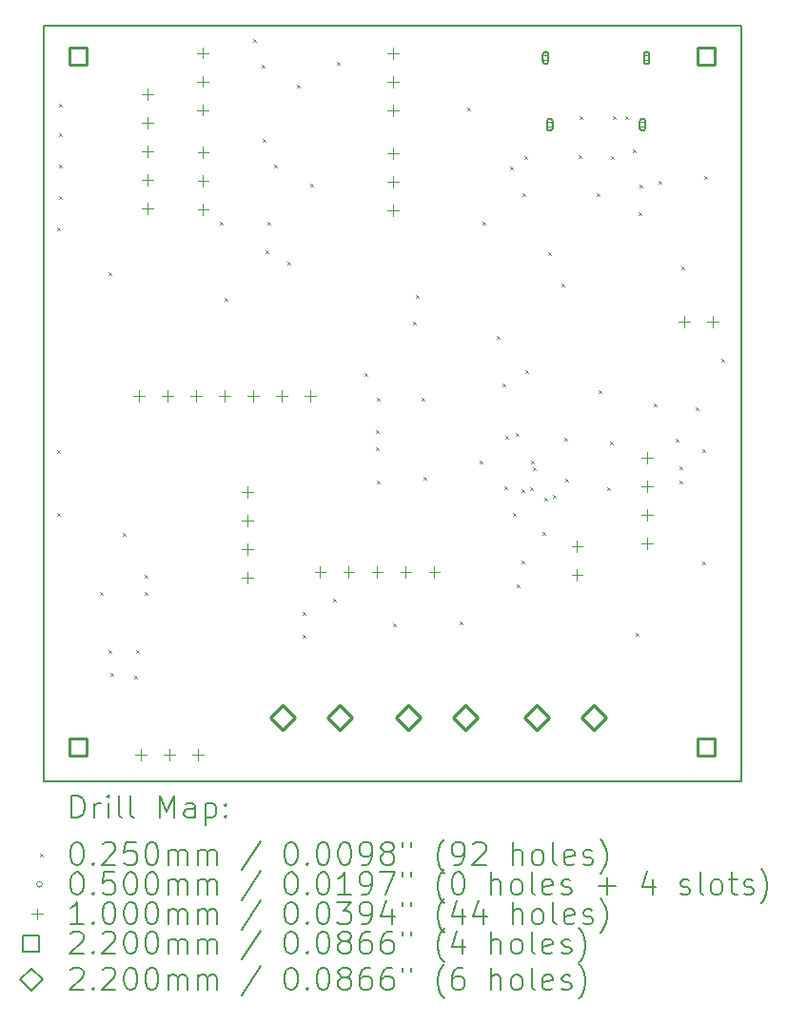
<source format=gbr>
%TF.GenerationSoftware,KiCad,Pcbnew,7.0.5*%
%TF.CreationDate,2023-08-10T16:58:01+02:00*%
%TF.ProjectId,proto_pico,70726f74-6f5f-4706-9963-6f2e6b696361,rev?*%
%TF.SameCoordinates,Original*%
%TF.FileFunction,Drillmap*%
%TF.FilePolarity,Positive*%
%FSLAX45Y45*%
G04 Gerber Fmt 4.5, Leading zero omitted, Abs format (unit mm)*
G04 Created by KiCad (PCBNEW 7.0.5) date 2023-08-10 16:58:01*
%MOMM*%
%LPD*%
G01*
G04 APERTURE LIST*
%ADD10C,0.200000*%
%ADD11C,0.025000*%
%ADD12C,0.050000*%
%ADD13C,0.100000*%
%ADD14C,0.220000*%
G04 APERTURE END LIST*
D10*
X13693000Y-8628500D02*
X19900900Y-8628500D01*
X19900900Y-15354300D01*
X13693000Y-15354300D01*
X13693000Y-8628500D01*
D11*
X13817800Y-10426900D02*
X13842800Y-10451900D01*
X13842800Y-10426900D02*
X13817800Y-10451900D01*
X13817800Y-12408100D02*
X13842800Y-12433100D01*
X13842800Y-12408100D02*
X13817800Y-12433100D01*
X13817800Y-12966900D02*
X13842800Y-12991900D01*
X13842800Y-12966900D02*
X13817800Y-12991900D01*
X13830500Y-9322000D02*
X13855500Y-9347000D01*
X13855500Y-9322000D02*
X13830500Y-9347000D01*
X13830500Y-9588700D02*
X13855500Y-9613700D01*
X13855500Y-9588700D02*
X13830500Y-9613700D01*
X13830500Y-9868100D02*
X13855500Y-9893100D01*
X13855500Y-9868100D02*
X13830500Y-9893100D01*
X13830500Y-10147500D02*
X13855500Y-10172500D01*
X13855500Y-10147500D02*
X13830500Y-10172500D01*
X14198800Y-13665400D02*
X14223800Y-13690400D01*
X14223800Y-13665400D02*
X14198800Y-13690400D01*
X14275000Y-10820600D02*
X14300000Y-10845600D01*
X14300000Y-10820600D02*
X14275000Y-10845600D01*
X14275000Y-14186100D02*
X14300000Y-14211100D01*
X14300000Y-14186100D02*
X14275000Y-14211100D01*
X14287700Y-14389300D02*
X14312700Y-14414300D01*
X14312700Y-14389300D02*
X14287700Y-14414300D01*
X14402000Y-13144700D02*
X14427000Y-13169700D01*
X14427000Y-13144700D02*
X14402000Y-13169700D01*
X14503600Y-14414700D02*
X14528600Y-14439700D01*
X14528600Y-14414700D02*
X14503600Y-14439700D01*
X14516300Y-14186100D02*
X14541300Y-14211100D01*
X14541300Y-14186100D02*
X14516300Y-14211100D01*
X14592500Y-13513000D02*
X14617500Y-13538000D01*
X14617500Y-13513000D02*
X14592500Y-13538000D01*
X14592500Y-13665400D02*
X14617500Y-13690400D01*
X14617500Y-13665400D02*
X14592500Y-13690400D01*
X15265600Y-10376100D02*
X15290600Y-10401100D01*
X15290600Y-10376100D02*
X15265600Y-10401100D01*
X15303700Y-11049200D02*
X15328700Y-11074200D01*
X15328700Y-11049200D02*
X15303700Y-11074200D01*
X15557700Y-8750500D02*
X15582700Y-8775500D01*
X15582700Y-8750500D02*
X15557700Y-8775500D01*
X15633900Y-8979100D02*
X15658900Y-9004100D01*
X15658900Y-8979100D02*
X15633900Y-9004100D01*
X15646600Y-9639500D02*
X15671600Y-9664500D01*
X15671600Y-9639500D02*
X15646600Y-9664500D01*
X15672000Y-10630100D02*
X15697000Y-10655100D01*
X15697000Y-10630100D02*
X15672000Y-10655100D01*
X15684700Y-10376100D02*
X15709700Y-10401100D01*
X15709700Y-10376100D02*
X15684700Y-10401100D01*
X15748200Y-9868100D02*
X15773200Y-9893100D01*
X15773200Y-9868100D02*
X15748200Y-9893100D01*
X15862500Y-10731700D02*
X15887500Y-10756700D01*
X15887500Y-10731700D02*
X15862500Y-10756700D01*
X15951400Y-9156900D02*
X15976400Y-9181900D01*
X15976400Y-9156900D02*
X15951400Y-9181900D01*
X16002200Y-13843200D02*
X16027200Y-13868200D01*
X16027200Y-13843200D02*
X16002200Y-13868200D01*
X16002200Y-14046400D02*
X16027200Y-14071400D01*
X16027200Y-14046400D02*
X16002200Y-14071400D01*
X16065700Y-10033200D02*
X16090700Y-10058200D01*
X16090700Y-10033200D02*
X16065700Y-10058200D01*
X16268900Y-13728900D02*
X16293900Y-13753900D01*
X16293900Y-13728900D02*
X16268900Y-13753900D01*
X16307000Y-8953700D02*
X16332000Y-8978700D01*
X16332000Y-8953700D02*
X16307000Y-8978700D01*
X16548300Y-11722300D02*
X16573300Y-11747300D01*
X16573300Y-11722300D02*
X16548300Y-11747300D01*
X16649900Y-12230300D02*
X16674900Y-12255300D01*
X16674900Y-12230300D02*
X16649900Y-12255300D01*
X16649900Y-12382700D02*
X16674900Y-12407700D01*
X16674900Y-12382700D02*
X16649900Y-12407700D01*
X16662600Y-11938200D02*
X16687600Y-11963200D01*
X16687600Y-11938200D02*
X16662600Y-11963200D01*
X16662600Y-12674800D02*
X16687600Y-12699800D01*
X16687600Y-12674800D02*
X16662600Y-12699800D01*
X16802300Y-13944800D02*
X16827300Y-13969800D01*
X16827300Y-13944800D02*
X16802300Y-13969800D01*
X16980100Y-11265100D02*
X17005100Y-11290100D01*
X17005100Y-11265100D02*
X16980100Y-11290100D01*
X17005500Y-11023800D02*
X17030500Y-11048800D01*
X17030500Y-11023800D02*
X17005500Y-11048800D01*
X17056300Y-11938200D02*
X17081300Y-11963200D01*
X17081300Y-11938200D02*
X17056300Y-11963200D01*
X17075350Y-12643050D02*
X17100350Y-12668050D01*
X17100350Y-12643050D02*
X17075350Y-12668050D01*
X17399200Y-13932100D02*
X17424200Y-13957100D01*
X17424200Y-13932100D02*
X17399200Y-13957100D01*
X17462700Y-9360100D02*
X17487700Y-9385100D01*
X17487700Y-9360100D02*
X17462700Y-9385100D01*
X17577000Y-12497000D02*
X17602000Y-12522000D01*
X17602000Y-12497000D02*
X17577000Y-12522000D01*
X17602400Y-10376100D02*
X17627400Y-10401100D01*
X17627400Y-10376100D02*
X17602400Y-10401100D01*
X17729400Y-11392100D02*
X17754400Y-11417100D01*
X17754400Y-11392100D02*
X17729400Y-11417100D01*
X17780200Y-11811200D02*
X17805200Y-11836200D01*
X17805200Y-11811200D02*
X17780200Y-11836200D01*
X17792900Y-12725600D02*
X17817900Y-12750600D01*
X17817900Y-12725600D02*
X17792900Y-12750600D01*
X17805600Y-12281100D02*
X17830600Y-12306100D01*
X17830600Y-12281100D02*
X17805600Y-12306100D01*
X17843700Y-9880800D02*
X17868700Y-9905800D01*
X17868700Y-9880800D02*
X17843700Y-9905800D01*
X17869100Y-12966900D02*
X17894100Y-12991900D01*
X17894100Y-12966900D02*
X17869100Y-12991900D01*
X17894500Y-12255700D02*
X17919500Y-12280700D01*
X17919500Y-12255700D02*
X17894500Y-12280700D01*
X17907200Y-13601900D02*
X17932200Y-13626900D01*
X17932200Y-13601900D02*
X17907200Y-13626900D01*
X17945300Y-12751000D02*
X17970300Y-12776000D01*
X17970300Y-12751000D02*
X17945300Y-12776000D01*
X17945300Y-13386000D02*
X17970300Y-13411000D01*
X17970300Y-13386000D02*
X17945300Y-13411000D01*
X17958000Y-10122100D02*
X17983000Y-10147100D01*
X17983000Y-10122100D02*
X17958000Y-10147100D01*
X17970700Y-9791900D02*
X17995700Y-9816900D01*
X17995700Y-9791900D02*
X17970700Y-9816900D01*
X17983400Y-11696900D02*
X18008400Y-11721900D01*
X18008400Y-11696900D02*
X17983400Y-11721900D01*
X18021500Y-12738300D02*
X18046500Y-12763300D01*
X18046500Y-12738300D02*
X18021500Y-12763300D01*
X18034200Y-12497000D02*
X18059200Y-12522000D01*
X18059200Y-12497000D02*
X18034200Y-12522000D01*
X18046900Y-12560500D02*
X18071900Y-12585500D01*
X18071900Y-12560500D02*
X18046900Y-12585500D01*
X18135800Y-13132000D02*
X18160800Y-13157000D01*
X18160800Y-13132000D02*
X18135800Y-13157000D01*
X18148500Y-12827200D02*
X18173500Y-12852200D01*
X18173500Y-12827200D02*
X18148500Y-12852200D01*
X18186600Y-10642800D02*
X18211600Y-10667800D01*
X18211600Y-10642800D02*
X18186600Y-10667800D01*
X18224700Y-12801800D02*
X18249700Y-12826800D01*
X18249700Y-12801800D02*
X18224700Y-12826800D01*
X18300900Y-10922200D02*
X18325900Y-10947200D01*
X18325900Y-10922200D02*
X18300900Y-10947200D01*
X18326300Y-12293800D02*
X18351300Y-12318800D01*
X18351300Y-12293800D02*
X18326300Y-12318800D01*
X18339000Y-12662100D02*
X18364000Y-12687100D01*
X18364000Y-12662100D02*
X18339000Y-12687100D01*
X18453300Y-9779200D02*
X18478300Y-9804200D01*
X18478300Y-9779200D02*
X18453300Y-9804200D01*
X18466000Y-9436300D02*
X18491000Y-9461300D01*
X18491000Y-9436300D02*
X18466000Y-9461300D01*
X18618400Y-10122100D02*
X18643400Y-10147100D01*
X18643400Y-10122100D02*
X18618400Y-10147100D01*
X18631100Y-11874700D02*
X18656100Y-11899700D01*
X18656100Y-11874700D02*
X18631100Y-11899700D01*
X18707300Y-12738300D02*
X18732300Y-12763300D01*
X18732300Y-12738300D02*
X18707300Y-12763300D01*
X18732700Y-12331900D02*
X18757700Y-12356900D01*
X18757700Y-12331900D02*
X18732700Y-12356900D01*
X18745400Y-9791900D02*
X18770400Y-9816900D01*
X18770400Y-9791900D02*
X18745400Y-9816900D01*
X18758100Y-9436300D02*
X18783100Y-9461300D01*
X18783100Y-9436300D02*
X18758100Y-9461300D01*
X18872400Y-9436300D02*
X18897400Y-9461300D01*
X18897400Y-9436300D02*
X18872400Y-9461300D01*
X18935900Y-9728400D02*
X18960900Y-9753400D01*
X18960900Y-9728400D02*
X18935900Y-9753400D01*
X18961300Y-14033700D02*
X18986300Y-14058700D01*
X18986300Y-14033700D02*
X18961300Y-14058700D01*
X18986700Y-10287200D02*
X19011700Y-10312200D01*
X19011700Y-10287200D02*
X18986700Y-10312200D01*
X18999400Y-10045900D02*
X19024400Y-10070900D01*
X19024400Y-10045900D02*
X18999400Y-10070900D01*
X19120000Y-11989000D02*
X19145000Y-12014000D01*
X19145000Y-11989000D02*
X19120000Y-12014000D01*
X19164500Y-10007800D02*
X19189500Y-10032800D01*
X19189500Y-10007800D02*
X19164500Y-10032800D01*
X19316900Y-12306500D02*
X19341900Y-12331500D01*
X19341900Y-12306500D02*
X19316900Y-12331500D01*
X19355000Y-12547800D02*
X19380000Y-12572800D01*
X19380000Y-12547800D02*
X19355000Y-12572800D01*
X19355000Y-12674800D02*
X19380000Y-12699800D01*
X19380000Y-12674800D02*
X19355000Y-12699800D01*
X19367700Y-10769800D02*
X19392700Y-10794800D01*
X19392700Y-10769800D02*
X19367700Y-10794800D01*
X19494700Y-12027100D02*
X19519700Y-12052100D01*
X19519700Y-12027100D02*
X19494700Y-12052100D01*
X19558200Y-12395400D02*
X19583200Y-12420400D01*
X19583200Y-12395400D02*
X19558200Y-12420400D01*
X19558200Y-13398700D02*
X19583200Y-13423700D01*
X19583200Y-13398700D02*
X19558200Y-13423700D01*
X19570900Y-9969700D02*
X19595900Y-9994700D01*
X19595900Y-9969700D02*
X19570900Y-9994700D01*
X19723300Y-11595300D02*
X19748300Y-11620300D01*
X19748300Y-11595300D02*
X19723300Y-11620300D01*
D12*
X18186000Y-8915400D02*
G75*
G03*
X18186000Y-8915400I-25000J0D01*
G01*
D10*
X18186000Y-8945400D02*
X18186000Y-8885400D01*
X18186000Y-8885400D02*
G75*
G03*
X18136000Y-8885400I-25000J0D01*
G01*
X18136000Y-8885400D02*
X18136000Y-8945400D01*
X18136000Y-8945400D02*
G75*
G03*
X18186000Y-8945400I25000J0D01*
G01*
D12*
X18222000Y-9510400D02*
G75*
G03*
X18222000Y-9510400I-25000J0D01*
G01*
D10*
X18222000Y-9540400D02*
X18222000Y-9480400D01*
X18222000Y-9480400D02*
G75*
G03*
X18172000Y-9480400I-25000J0D01*
G01*
X18172000Y-9480400D02*
X18172000Y-9540400D01*
X18172000Y-9540400D02*
G75*
G03*
X18222000Y-9540400I25000J0D01*
G01*
D12*
X19048000Y-9510400D02*
G75*
G03*
X19048000Y-9510400I-25000J0D01*
G01*
D10*
X19048000Y-9540400D02*
X19048000Y-9480400D01*
X19048000Y-9480400D02*
G75*
G03*
X18998000Y-9480400I-25000J0D01*
G01*
X18998000Y-9480400D02*
X18998000Y-9540400D01*
X18998000Y-9540400D02*
G75*
G03*
X19048000Y-9540400I25000J0D01*
G01*
D12*
X19084000Y-8915400D02*
G75*
G03*
X19084000Y-8915400I-25000J0D01*
G01*
D10*
X19084000Y-8945400D02*
X19084000Y-8885400D01*
X19084000Y-8885400D02*
G75*
G03*
X19034000Y-8885400I-25000J0D01*
G01*
X19034000Y-8885400D02*
X19034000Y-8945400D01*
X19034000Y-8945400D02*
G75*
G03*
X19084000Y-8945400I25000J0D01*
G01*
D13*
X14541500Y-11875300D02*
X14541500Y-11975300D01*
X14491500Y-11925300D02*
X14591500Y-11925300D01*
X14556600Y-15063000D02*
X14556600Y-15163000D01*
X14506600Y-15113000D02*
X14606600Y-15113000D01*
X14618850Y-9185900D02*
X14618850Y-9285900D01*
X14568850Y-9235900D02*
X14668850Y-9235900D01*
X14618850Y-9439900D02*
X14618850Y-9539900D01*
X14568850Y-9489900D02*
X14668850Y-9489900D01*
X14618850Y-9693900D02*
X14618850Y-9793900D01*
X14568850Y-9743900D02*
X14668850Y-9743900D01*
X14618850Y-9947900D02*
X14618850Y-10047900D01*
X14568850Y-9997900D02*
X14668850Y-9997900D01*
X14618850Y-10201900D02*
X14618850Y-10301900D01*
X14568850Y-10251900D02*
X14668850Y-10251900D01*
X14795500Y-11875300D02*
X14795500Y-11975300D01*
X14745500Y-11925300D02*
X14845500Y-11925300D01*
X14810600Y-15063000D02*
X14810600Y-15163000D01*
X14760600Y-15113000D02*
X14860600Y-15113000D01*
X15049500Y-11875300D02*
X15049500Y-11975300D01*
X14999500Y-11925300D02*
X15099500Y-11925300D01*
X15064600Y-15063000D02*
X15064600Y-15163000D01*
X15014600Y-15113000D02*
X15114600Y-15113000D01*
X15112450Y-8821200D02*
X15112450Y-8921200D01*
X15062450Y-8871200D02*
X15162450Y-8871200D01*
X15112450Y-9075200D02*
X15112450Y-9175200D01*
X15062450Y-9125200D02*
X15162450Y-9125200D01*
X15112450Y-9329200D02*
X15112450Y-9429200D01*
X15062450Y-9379200D02*
X15162450Y-9379200D01*
X15113000Y-9703600D02*
X15113000Y-9803600D01*
X15063000Y-9753600D02*
X15163000Y-9753600D01*
X15113000Y-9957600D02*
X15113000Y-10057600D01*
X15063000Y-10007600D02*
X15163000Y-10007600D01*
X15113000Y-10211600D02*
X15113000Y-10311600D01*
X15063000Y-10261600D02*
X15163000Y-10261600D01*
X15303500Y-11875300D02*
X15303500Y-11975300D01*
X15253500Y-11925300D02*
X15353500Y-11925300D01*
X15506700Y-12725200D02*
X15506700Y-12825200D01*
X15456700Y-12775200D02*
X15556700Y-12775200D01*
X15506700Y-12979200D02*
X15506700Y-13079200D01*
X15456700Y-13029200D02*
X15556700Y-13029200D01*
X15506700Y-13233200D02*
X15506700Y-13333200D01*
X15456700Y-13283200D02*
X15556700Y-13283200D01*
X15506700Y-13487200D02*
X15506700Y-13587200D01*
X15456700Y-13537200D02*
X15556700Y-13537200D01*
X15557500Y-11875300D02*
X15557500Y-11975300D01*
X15507500Y-11925300D02*
X15607500Y-11925300D01*
X15811500Y-11875300D02*
X15811500Y-11975300D01*
X15761500Y-11925300D02*
X15861500Y-11925300D01*
X16065500Y-11875300D02*
X16065500Y-11975300D01*
X16015500Y-11925300D02*
X16115500Y-11925300D01*
X16154400Y-13437400D02*
X16154400Y-13537400D01*
X16104400Y-13487400D02*
X16204400Y-13487400D01*
X16408400Y-13437400D02*
X16408400Y-13537400D01*
X16358400Y-13487400D02*
X16458400Y-13487400D01*
X16662400Y-13437400D02*
X16662400Y-13537400D01*
X16612400Y-13487400D02*
X16712400Y-13487400D01*
X16802100Y-8827300D02*
X16802100Y-8927300D01*
X16752100Y-8877300D02*
X16852100Y-8877300D01*
X16802100Y-9081300D02*
X16802100Y-9181300D01*
X16752100Y-9131300D02*
X16852100Y-9131300D01*
X16802100Y-9335300D02*
X16802100Y-9435300D01*
X16752100Y-9385300D02*
X16852100Y-9385300D01*
X16802100Y-9716300D02*
X16802100Y-9816300D01*
X16752100Y-9766300D02*
X16852100Y-9766300D01*
X16802100Y-9970300D02*
X16802100Y-10070300D01*
X16752100Y-10020300D02*
X16852100Y-10020300D01*
X16802100Y-10224300D02*
X16802100Y-10324300D01*
X16752100Y-10274300D02*
X16852100Y-10274300D01*
X16916400Y-13437400D02*
X16916400Y-13537400D01*
X16866400Y-13487400D02*
X16966400Y-13487400D01*
X17170400Y-13437400D02*
X17170400Y-13537400D01*
X17120400Y-13487400D02*
X17220400Y-13487400D01*
X18440400Y-13208300D02*
X18440400Y-13308300D01*
X18390400Y-13258300D02*
X18490400Y-13258300D01*
X18440400Y-13462300D02*
X18440400Y-13562300D01*
X18390400Y-13512300D02*
X18490400Y-13512300D01*
X19062700Y-12420400D02*
X19062700Y-12520400D01*
X19012700Y-12470400D02*
X19112700Y-12470400D01*
X19062700Y-12674400D02*
X19062700Y-12774400D01*
X19012700Y-12724400D02*
X19112700Y-12724400D01*
X19062700Y-12928400D02*
X19062700Y-13028400D01*
X19012700Y-12978400D02*
X19112700Y-12978400D01*
X19062700Y-13182400D02*
X19062700Y-13282400D01*
X19012700Y-13232400D02*
X19112700Y-13232400D01*
X19393400Y-11214900D02*
X19393400Y-11314900D01*
X19343400Y-11264900D02*
X19443400Y-11264900D01*
X19647400Y-11214900D02*
X19647400Y-11314900D01*
X19597400Y-11264900D02*
X19697400Y-11264900D01*
D14*
X14075582Y-8980483D02*
X14075582Y-8824918D01*
X13920017Y-8824918D01*
X13920017Y-8980483D01*
X14075582Y-8980483D01*
X14075582Y-15127282D02*
X14075582Y-14971717D01*
X13920017Y-14971717D01*
X13920017Y-15127282D01*
X14075582Y-15127282D01*
X19663583Y-8980483D02*
X19663583Y-8824918D01*
X19508018Y-8824918D01*
X19508018Y-8980483D01*
X19663583Y-8980483D01*
X19663583Y-15127282D02*
X19663583Y-14971717D01*
X19508018Y-14971717D01*
X19508018Y-15127282D01*
X19663583Y-15127282D01*
X15824200Y-14892800D02*
X15934200Y-14782800D01*
X15824200Y-14672800D01*
X15714200Y-14782800D01*
X15824200Y-14892800D01*
X16332200Y-14892800D02*
X16442200Y-14782800D01*
X16332200Y-14672800D01*
X16222200Y-14782800D01*
X16332200Y-14892800D01*
X16941800Y-14892800D02*
X17051800Y-14782800D01*
X16941800Y-14672800D01*
X16831800Y-14782800D01*
X16941800Y-14892800D01*
X17449800Y-14892800D02*
X17559800Y-14782800D01*
X17449800Y-14672800D01*
X17339800Y-14782800D01*
X17449800Y-14892800D01*
X18084800Y-14892800D02*
X18194800Y-14782800D01*
X18084800Y-14672800D01*
X17974800Y-14782800D01*
X18084800Y-14892800D01*
X18592800Y-14892800D02*
X18702800Y-14782800D01*
X18592800Y-14672800D01*
X18482800Y-14782800D01*
X18592800Y-14892800D01*
D10*
X13943777Y-15675784D02*
X13943777Y-15475784D01*
X13943777Y-15475784D02*
X13991396Y-15475784D01*
X13991396Y-15475784D02*
X14019967Y-15485308D01*
X14019967Y-15485308D02*
X14039015Y-15504355D01*
X14039015Y-15504355D02*
X14048539Y-15523403D01*
X14048539Y-15523403D02*
X14058062Y-15561498D01*
X14058062Y-15561498D02*
X14058062Y-15590069D01*
X14058062Y-15590069D02*
X14048539Y-15628165D01*
X14048539Y-15628165D02*
X14039015Y-15647212D01*
X14039015Y-15647212D02*
X14019967Y-15666260D01*
X14019967Y-15666260D02*
X13991396Y-15675784D01*
X13991396Y-15675784D02*
X13943777Y-15675784D01*
X14143777Y-15675784D02*
X14143777Y-15542450D01*
X14143777Y-15580546D02*
X14153301Y-15561498D01*
X14153301Y-15561498D02*
X14162824Y-15551974D01*
X14162824Y-15551974D02*
X14181872Y-15542450D01*
X14181872Y-15542450D02*
X14200920Y-15542450D01*
X14267586Y-15675784D02*
X14267586Y-15542450D01*
X14267586Y-15475784D02*
X14258062Y-15485308D01*
X14258062Y-15485308D02*
X14267586Y-15494831D01*
X14267586Y-15494831D02*
X14277110Y-15485308D01*
X14277110Y-15485308D02*
X14267586Y-15475784D01*
X14267586Y-15475784D02*
X14267586Y-15494831D01*
X14391396Y-15675784D02*
X14372348Y-15666260D01*
X14372348Y-15666260D02*
X14362824Y-15647212D01*
X14362824Y-15647212D02*
X14362824Y-15475784D01*
X14496158Y-15675784D02*
X14477110Y-15666260D01*
X14477110Y-15666260D02*
X14467586Y-15647212D01*
X14467586Y-15647212D02*
X14467586Y-15475784D01*
X14724729Y-15675784D02*
X14724729Y-15475784D01*
X14724729Y-15475784D02*
X14791396Y-15618641D01*
X14791396Y-15618641D02*
X14858062Y-15475784D01*
X14858062Y-15475784D02*
X14858062Y-15675784D01*
X15039015Y-15675784D02*
X15039015Y-15571022D01*
X15039015Y-15571022D02*
X15029491Y-15551974D01*
X15029491Y-15551974D02*
X15010443Y-15542450D01*
X15010443Y-15542450D02*
X14972348Y-15542450D01*
X14972348Y-15542450D02*
X14953301Y-15551974D01*
X15039015Y-15666260D02*
X15019967Y-15675784D01*
X15019967Y-15675784D02*
X14972348Y-15675784D01*
X14972348Y-15675784D02*
X14953301Y-15666260D01*
X14953301Y-15666260D02*
X14943777Y-15647212D01*
X14943777Y-15647212D02*
X14943777Y-15628165D01*
X14943777Y-15628165D02*
X14953301Y-15609117D01*
X14953301Y-15609117D02*
X14972348Y-15599593D01*
X14972348Y-15599593D02*
X15019967Y-15599593D01*
X15019967Y-15599593D02*
X15039015Y-15590069D01*
X15134253Y-15542450D02*
X15134253Y-15742450D01*
X15134253Y-15551974D02*
X15153301Y-15542450D01*
X15153301Y-15542450D02*
X15191396Y-15542450D01*
X15191396Y-15542450D02*
X15210443Y-15551974D01*
X15210443Y-15551974D02*
X15219967Y-15561498D01*
X15219967Y-15561498D02*
X15229491Y-15580546D01*
X15229491Y-15580546D02*
X15229491Y-15637688D01*
X15229491Y-15637688D02*
X15219967Y-15656736D01*
X15219967Y-15656736D02*
X15210443Y-15666260D01*
X15210443Y-15666260D02*
X15191396Y-15675784D01*
X15191396Y-15675784D02*
X15153301Y-15675784D01*
X15153301Y-15675784D02*
X15134253Y-15666260D01*
X15315205Y-15656736D02*
X15324729Y-15666260D01*
X15324729Y-15666260D02*
X15315205Y-15675784D01*
X15315205Y-15675784D02*
X15305682Y-15666260D01*
X15305682Y-15666260D02*
X15315205Y-15656736D01*
X15315205Y-15656736D02*
X15315205Y-15675784D01*
X15315205Y-15551974D02*
X15324729Y-15561498D01*
X15324729Y-15561498D02*
X15315205Y-15571022D01*
X15315205Y-15571022D02*
X15305682Y-15561498D01*
X15305682Y-15561498D02*
X15315205Y-15551974D01*
X15315205Y-15551974D02*
X15315205Y-15571022D01*
D11*
X13658000Y-15991800D02*
X13683000Y-16016800D01*
X13683000Y-15991800D02*
X13658000Y-16016800D01*
D10*
X13981872Y-15895784D02*
X14000920Y-15895784D01*
X14000920Y-15895784D02*
X14019967Y-15905308D01*
X14019967Y-15905308D02*
X14029491Y-15914831D01*
X14029491Y-15914831D02*
X14039015Y-15933879D01*
X14039015Y-15933879D02*
X14048539Y-15971974D01*
X14048539Y-15971974D02*
X14048539Y-16019593D01*
X14048539Y-16019593D02*
X14039015Y-16057688D01*
X14039015Y-16057688D02*
X14029491Y-16076736D01*
X14029491Y-16076736D02*
X14019967Y-16086260D01*
X14019967Y-16086260D02*
X14000920Y-16095784D01*
X14000920Y-16095784D02*
X13981872Y-16095784D01*
X13981872Y-16095784D02*
X13962824Y-16086260D01*
X13962824Y-16086260D02*
X13953301Y-16076736D01*
X13953301Y-16076736D02*
X13943777Y-16057688D01*
X13943777Y-16057688D02*
X13934253Y-16019593D01*
X13934253Y-16019593D02*
X13934253Y-15971974D01*
X13934253Y-15971974D02*
X13943777Y-15933879D01*
X13943777Y-15933879D02*
X13953301Y-15914831D01*
X13953301Y-15914831D02*
X13962824Y-15905308D01*
X13962824Y-15905308D02*
X13981872Y-15895784D01*
X14134253Y-16076736D02*
X14143777Y-16086260D01*
X14143777Y-16086260D02*
X14134253Y-16095784D01*
X14134253Y-16095784D02*
X14124729Y-16086260D01*
X14124729Y-16086260D02*
X14134253Y-16076736D01*
X14134253Y-16076736D02*
X14134253Y-16095784D01*
X14219967Y-15914831D02*
X14229491Y-15905308D01*
X14229491Y-15905308D02*
X14248539Y-15895784D01*
X14248539Y-15895784D02*
X14296158Y-15895784D01*
X14296158Y-15895784D02*
X14315205Y-15905308D01*
X14315205Y-15905308D02*
X14324729Y-15914831D01*
X14324729Y-15914831D02*
X14334253Y-15933879D01*
X14334253Y-15933879D02*
X14334253Y-15952927D01*
X14334253Y-15952927D02*
X14324729Y-15981498D01*
X14324729Y-15981498D02*
X14210443Y-16095784D01*
X14210443Y-16095784D02*
X14334253Y-16095784D01*
X14515205Y-15895784D02*
X14419967Y-15895784D01*
X14419967Y-15895784D02*
X14410443Y-15991022D01*
X14410443Y-15991022D02*
X14419967Y-15981498D01*
X14419967Y-15981498D02*
X14439015Y-15971974D01*
X14439015Y-15971974D02*
X14486634Y-15971974D01*
X14486634Y-15971974D02*
X14505682Y-15981498D01*
X14505682Y-15981498D02*
X14515205Y-15991022D01*
X14515205Y-15991022D02*
X14524729Y-16010069D01*
X14524729Y-16010069D02*
X14524729Y-16057688D01*
X14524729Y-16057688D02*
X14515205Y-16076736D01*
X14515205Y-16076736D02*
X14505682Y-16086260D01*
X14505682Y-16086260D02*
X14486634Y-16095784D01*
X14486634Y-16095784D02*
X14439015Y-16095784D01*
X14439015Y-16095784D02*
X14419967Y-16086260D01*
X14419967Y-16086260D02*
X14410443Y-16076736D01*
X14648539Y-15895784D02*
X14667586Y-15895784D01*
X14667586Y-15895784D02*
X14686634Y-15905308D01*
X14686634Y-15905308D02*
X14696158Y-15914831D01*
X14696158Y-15914831D02*
X14705682Y-15933879D01*
X14705682Y-15933879D02*
X14715205Y-15971974D01*
X14715205Y-15971974D02*
X14715205Y-16019593D01*
X14715205Y-16019593D02*
X14705682Y-16057688D01*
X14705682Y-16057688D02*
X14696158Y-16076736D01*
X14696158Y-16076736D02*
X14686634Y-16086260D01*
X14686634Y-16086260D02*
X14667586Y-16095784D01*
X14667586Y-16095784D02*
X14648539Y-16095784D01*
X14648539Y-16095784D02*
X14629491Y-16086260D01*
X14629491Y-16086260D02*
X14619967Y-16076736D01*
X14619967Y-16076736D02*
X14610443Y-16057688D01*
X14610443Y-16057688D02*
X14600920Y-16019593D01*
X14600920Y-16019593D02*
X14600920Y-15971974D01*
X14600920Y-15971974D02*
X14610443Y-15933879D01*
X14610443Y-15933879D02*
X14619967Y-15914831D01*
X14619967Y-15914831D02*
X14629491Y-15905308D01*
X14629491Y-15905308D02*
X14648539Y-15895784D01*
X14800920Y-16095784D02*
X14800920Y-15962450D01*
X14800920Y-15981498D02*
X14810443Y-15971974D01*
X14810443Y-15971974D02*
X14829491Y-15962450D01*
X14829491Y-15962450D02*
X14858063Y-15962450D01*
X14858063Y-15962450D02*
X14877110Y-15971974D01*
X14877110Y-15971974D02*
X14886634Y-15991022D01*
X14886634Y-15991022D02*
X14886634Y-16095784D01*
X14886634Y-15991022D02*
X14896158Y-15971974D01*
X14896158Y-15971974D02*
X14915205Y-15962450D01*
X14915205Y-15962450D02*
X14943777Y-15962450D01*
X14943777Y-15962450D02*
X14962824Y-15971974D01*
X14962824Y-15971974D02*
X14972348Y-15991022D01*
X14972348Y-15991022D02*
X14972348Y-16095784D01*
X15067586Y-16095784D02*
X15067586Y-15962450D01*
X15067586Y-15981498D02*
X15077110Y-15971974D01*
X15077110Y-15971974D02*
X15096158Y-15962450D01*
X15096158Y-15962450D02*
X15124729Y-15962450D01*
X15124729Y-15962450D02*
X15143777Y-15971974D01*
X15143777Y-15971974D02*
X15153301Y-15991022D01*
X15153301Y-15991022D02*
X15153301Y-16095784D01*
X15153301Y-15991022D02*
X15162824Y-15971974D01*
X15162824Y-15971974D02*
X15181872Y-15962450D01*
X15181872Y-15962450D02*
X15210443Y-15962450D01*
X15210443Y-15962450D02*
X15229491Y-15971974D01*
X15229491Y-15971974D02*
X15239015Y-15991022D01*
X15239015Y-15991022D02*
X15239015Y-16095784D01*
X15629491Y-15886260D02*
X15458063Y-16143403D01*
X15886634Y-15895784D02*
X15905682Y-15895784D01*
X15905682Y-15895784D02*
X15924729Y-15905308D01*
X15924729Y-15905308D02*
X15934253Y-15914831D01*
X15934253Y-15914831D02*
X15943777Y-15933879D01*
X15943777Y-15933879D02*
X15953301Y-15971974D01*
X15953301Y-15971974D02*
X15953301Y-16019593D01*
X15953301Y-16019593D02*
X15943777Y-16057688D01*
X15943777Y-16057688D02*
X15934253Y-16076736D01*
X15934253Y-16076736D02*
X15924729Y-16086260D01*
X15924729Y-16086260D02*
X15905682Y-16095784D01*
X15905682Y-16095784D02*
X15886634Y-16095784D01*
X15886634Y-16095784D02*
X15867586Y-16086260D01*
X15867586Y-16086260D02*
X15858063Y-16076736D01*
X15858063Y-16076736D02*
X15848539Y-16057688D01*
X15848539Y-16057688D02*
X15839015Y-16019593D01*
X15839015Y-16019593D02*
X15839015Y-15971974D01*
X15839015Y-15971974D02*
X15848539Y-15933879D01*
X15848539Y-15933879D02*
X15858063Y-15914831D01*
X15858063Y-15914831D02*
X15867586Y-15905308D01*
X15867586Y-15905308D02*
X15886634Y-15895784D01*
X16039015Y-16076736D02*
X16048539Y-16086260D01*
X16048539Y-16086260D02*
X16039015Y-16095784D01*
X16039015Y-16095784D02*
X16029491Y-16086260D01*
X16029491Y-16086260D02*
X16039015Y-16076736D01*
X16039015Y-16076736D02*
X16039015Y-16095784D01*
X16172348Y-15895784D02*
X16191396Y-15895784D01*
X16191396Y-15895784D02*
X16210444Y-15905308D01*
X16210444Y-15905308D02*
X16219967Y-15914831D01*
X16219967Y-15914831D02*
X16229491Y-15933879D01*
X16229491Y-15933879D02*
X16239015Y-15971974D01*
X16239015Y-15971974D02*
X16239015Y-16019593D01*
X16239015Y-16019593D02*
X16229491Y-16057688D01*
X16229491Y-16057688D02*
X16219967Y-16076736D01*
X16219967Y-16076736D02*
X16210444Y-16086260D01*
X16210444Y-16086260D02*
X16191396Y-16095784D01*
X16191396Y-16095784D02*
X16172348Y-16095784D01*
X16172348Y-16095784D02*
X16153301Y-16086260D01*
X16153301Y-16086260D02*
X16143777Y-16076736D01*
X16143777Y-16076736D02*
X16134253Y-16057688D01*
X16134253Y-16057688D02*
X16124729Y-16019593D01*
X16124729Y-16019593D02*
X16124729Y-15971974D01*
X16124729Y-15971974D02*
X16134253Y-15933879D01*
X16134253Y-15933879D02*
X16143777Y-15914831D01*
X16143777Y-15914831D02*
X16153301Y-15905308D01*
X16153301Y-15905308D02*
X16172348Y-15895784D01*
X16362825Y-15895784D02*
X16381872Y-15895784D01*
X16381872Y-15895784D02*
X16400920Y-15905308D01*
X16400920Y-15905308D02*
X16410444Y-15914831D01*
X16410444Y-15914831D02*
X16419967Y-15933879D01*
X16419967Y-15933879D02*
X16429491Y-15971974D01*
X16429491Y-15971974D02*
X16429491Y-16019593D01*
X16429491Y-16019593D02*
X16419967Y-16057688D01*
X16419967Y-16057688D02*
X16410444Y-16076736D01*
X16410444Y-16076736D02*
X16400920Y-16086260D01*
X16400920Y-16086260D02*
X16381872Y-16095784D01*
X16381872Y-16095784D02*
X16362825Y-16095784D01*
X16362825Y-16095784D02*
X16343777Y-16086260D01*
X16343777Y-16086260D02*
X16334253Y-16076736D01*
X16334253Y-16076736D02*
X16324729Y-16057688D01*
X16324729Y-16057688D02*
X16315206Y-16019593D01*
X16315206Y-16019593D02*
X16315206Y-15971974D01*
X16315206Y-15971974D02*
X16324729Y-15933879D01*
X16324729Y-15933879D02*
X16334253Y-15914831D01*
X16334253Y-15914831D02*
X16343777Y-15905308D01*
X16343777Y-15905308D02*
X16362825Y-15895784D01*
X16524729Y-16095784D02*
X16562825Y-16095784D01*
X16562825Y-16095784D02*
X16581872Y-16086260D01*
X16581872Y-16086260D02*
X16591396Y-16076736D01*
X16591396Y-16076736D02*
X16610444Y-16048165D01*
X16610444Y-16048165D02*
X16619967Y-16010069D01*
X16619967Y-16010069D02*
X16619967Y-15933879D01*
X16619967Y-15933879D02*
X16610444Y-15914831D01*
X16610444Y-15914831D02*
X16600920Y-15905308D01*
X16600920Y-15905308D02*
X16581872Y-15895784D01*
X16581872Y-15895784D02*
X16543777Y-15895784D01*
X16543777Y-15895784D02*
X16524729Y-15905308D01*
X16524729Y-15905308D02*
X16515206Y-15914831D01*
X16515206Y-15914831D02*
X16505682Y-15933879D01*
X16505682Y-15933879D02*
X16505682Y-15981498D01*
X16505682Y-15981498D02*
X16515206Y-16000546D01*
X16515206Y-16000546D02*
X16524729Y-16010069D01*
X16524729Y-16010069D02*
X16543777Y-16019593D01*
X16543777Y-16019593D02*
X16581872Y-16019593D01*
X16581872Y-16019593D02*
X16600920Y-16010069D01*
X16600920Y-16010069D02*
X16610444Y-16000546D01*
X16610444Y-16000546D02*
X16619967Y-15981498D01*
X16734253Y-15981498D02*
X16715206Y-15971974D01*
X16715206Y-15971974D02*
X16705682Y-15962450D01*
X16705682Y-15962450D02*
X16696158Y-15943403D01*
X16696158Y-15943403D02*
X16696158Y-15933879D01*
X16696158Y-15933879D02*
X16705682Y-15914831D01*
X16705682Y-15914831D02*
X16715206Y-15905308D01*
X16715206Y-15905308D02*
X16734253Y-15895784D01*
X16734253Y-15895784D02*
X16772348Y-15895784D01*
X16772348Y-15895784D02*
X16791396Y-15905308D01*
X16791396Y-15905308D02*
X16800920Y-15914831D01*
X16800920Y-15914831D02*
X16810444Y-15933879D01*
X16810444Y-15933879D02*
X16810444Y-15943403D01*
X16810444Y-15943403D02*
X16800920Y-15962450D01*
X16800920Y-15962450D02*
X16791396Y-15971974D01*
X16791396Y-15971974D02*
X16772348Y-15981498D01*
X16772348Y-15981498D02*
X16734253Y-15981498D01*
X16734253Y-15981498D02*
X16715206Y-15991022D01*
X16715206Y-15991022D02*
X16705682Y-16000546D01*
X16705682Y-16000546D02*
X16696158Y-16019593D01*
X16696158Y-16019593D02*
X16696158Y-16057688D01*
X16696158Y-16057688D02*
X16705682Y-16076736D01*
X16705682Y-16076736D02*
X16715206Y-16086260D01*
X16715206Y-16086260D02*
X16734253Y-16095784D01*
X16734253Y-16095784D02*
X16772348Y-16095784D01*
X16772348Y-16095784D02*
X16791396Y-16086260D01*
X16791396Y-16086260D02*
X16800920Y-16076736D01*
X16800920Y-16076736D02*
X16810444Y-16057688D01*
X16810444Y-16057688D02*
X16810444Y-16019593D01*
X16810444Y-16019593D02*
X16800920Y-16000546D01*
X16800920Y-16000546D02*
X16791396Y-15991022D01*
X16791396Y-15991022D02*
X16772348Y-15981498D01*
X16886634Y-15895784D02*
X16886634Y-15933879D01*
X16962825Y-15895784D02*
X16962825Y-15933879D01*
X17258063Y-16171974D02*
X17248539Y-16162450D01*
X17248539Y-16162450D02*
X17229491Y-16133879D01*
X17229491Y-16133879D02*
X17219968Y-16114831D01*
X17219968Y-16114831D02*
X17210444Y-16086260D01*
X17210444Y-16086260D02*
X17200920Y-16038641D01*
X17200920Y-16038641D02*
X17200920Y-16000546D01*
X17200920Y-16000546D02*
X17210444Y-15952927D01*
X17210444Y-15952927D02*
X17219968Y-15924355D01*
X17219968Y-15924355D02*
X17229491Y-15905308D01*
X17229491Y-15905308D02*
X17248539Y-15876736D01*
X17248539Y-15876736D02*
X17258063Y-15867212D01*
X17343777Y-16095784D02*
X17381872Y-16095784D01*
X17381872Y-16095784D02*
X17400920Y-16086260D01*
X17400920Y-16086260D02*
X17410444Y-16076736D01*
X17410444Y-16076736D02*
X17429491Y-16048165D01*
X17429491Y-16048165D02*
X17439015Y-16010069D01*
X17439015Y-16010069D02*
X17439015Y-15933879D01*
X17439015Y-15933879D02*
X17429491Y-15914831D01*
X17429491Y-15914831D02*
X17419968Y-15905308D01*
X17419968Y-15905308D02*
X17400920Y-15895784D01*
X17400920Y-15895784D02*
X17362825Y-15895784D01*
X17362825Y-15895784D02*
X17343777Y-15905308D01*
X17343777Y-15905308D02*
X17334253Y-15914831D01*
X17334253Y-15914831D02*
X17324730Y-15933879D01*
X17324730Y-15933879D02*
X17324730Y-15981498D01*
X17324730Y-15981498D02*
X17334253Y-16000546D01*
X17334253Y-16000546D02*
X17343777Y-16010069D01*
X17343777Y-16010069D02*
X17362825Y-16019593D01*
X17362825Y-16019593D02*
X17400920Y-16019593D01*
X17400920Y-16019593D02*
X17419968Y-16010069D01*
X17419968Y-16010069D02*
X17429491Y-16000546D01*
X17429491Y-16000546D02*
X17439015Y-15981498D01*
X17515206Y-15914831D02*
X17524730Y-15905308D01*
X17524730Y-15905308D02*
X17543777Y-15895784D01*
X17543777Y-15895784D02*
X17591396Y-15895784D01*
X17591396Y-15895784D02*
X17610444Y-15905308D01*
X17610444Y-15905308D02*
X17619968Y-15914831D01*
X17619968Y-15914831D02*
X17629491Y-15933879D01*
X17629491Y-15933879D02*
X17629491Y-15952927D01*
X17629491Y-15952927D02*
X17619968Y-15981498D01*
X17619968Y-15981498D02*
X17505682Y-16095784D01*
X17505682Y-16095784D02*
X17629491Y-16095784D01*
X17867587Y-16095784D02*
X17867587Y-15895784D01*
X17953301Y-16095784D02*
X17953301Y-15991022D01*
X17953301Y-15991022D02*
X17943777Y-15971974D01*
X17943777Y-15971974D02*
X17924730Y-15962450D01*
X17924730Y-15962450D02*
X17896158Y-15962450D01*
X17896158Y-15962450D02*
X17877111Y-15971974D01*
X17877111Y-15971974D02*
X17867587Y-15981498D01*
X18077111Y-16095784D02*
X18058063Y-16086260D01*
X18058063Y-16086260D02*
X18048539Y-16076736D01*
X18048539Y-16076736D02*
X18039015Y-16057688D01*
X18039015Y-16057688D02*
X18039015Y-16000546D01*
X18039015Y-16000546D02*
X18048539Y-15981498D01*
X18048539Y-15981498D02*
X18058063Y-15971974D01*
X18058063Y-15971974D02*
X18077111Y-15962450D01*
X18077111Y-15962450D02*
X18105682Y-15962450D01*
X18105682Y-15962450D02*
X18124730Y-15971974D01*
X18124730Y-15971974D02*
X18134253Y-15981498D01*
X18134253Y-15981498D02*
X18143777Y-16000546D01*
X18143777Y-16000546D02*
X18143777Y-16057688D01*
X18143777Y-16057688D02*
X18134253Y-16076736D01*
X18134253Y-16076736D02*
X18124730Y-16086260D01*
X18124730Y-16086260D02*
X18105682Y-16095784D01*
X18105682Y-16095784D02*
X18077111Y-16095784D01*
X18258063Y-16095784D02*
X18239015Y-16086260D01*
X18239015Y-16086260D02*
X18229492Y-16067212D01*
X18229492Y-16067212D02*
X18229492Y-15895784D01*
X18410444Y-16086260D02*
X18391396Y-16095784D01*
X18391396Y-16095784D02*
X18353301Y-16095784D01*
X18353301Y-16095784D02*
X18334253Y-16086260D01*
X18334253Y-16086260D02*
X18324730Y-16067212D01*
X18324730Y-16067212D02*
X18324730Y-15991022D01*
X18324730Y-15991022D02*
X18334253Y-15971974D01*
X18334253Y-15971974D02*
X18353301Y-15962450D01*
X18353301Y-15962450D02*
X18391396Y-15962450D01*
X18391396Y-15962450D02*
X18410444Y-15971974D01*
X18410444Y-15971974D02*
X18419968Y-15991022D01*
X18419968Y-15991022D02*
X18419968Y-16010069D01*
X18419968Y-16010069D02*
X18324730Y-16029117D01*
X18496158Y-16086260D02*
X18515206Y-16095784D01*
X18515206Y-16095784D02*
X18553301Y-16095784D01*
X18553301Y-16095784D02*
X18572349Y-16086260D01*
X18572349Y-16086260D02*
X18581873Y-16067212D01*
X18581873Y-16067212D02*
X18581873Y-16057688D01*
X18581873Y-16057688D02*
X18572349Y-16038641D01*
X18572349Y-16038641D02*
X18553301Y-16029117D01*
X18553301Y-16029117D02*
X18524730Y-16029117D01*
X18524730Y-16029117D02*
X18505682Y-16019593D01*
X18505682Y-16019593D02*
X18496158Y-16000546D01*
X18496158Y-16000546D02*
X18496158Y-15991022D01*
X18496158Y-15991022D02*
X18505682Y-15971974D01*
X18505682Y-15971974D02*
X18524730Y-15962450D01*
X18524730Y-15962450D02*
X18553301Y-15962450D01*
X18553301Y-15962450D02*
X18572349Y-15971974D01*
X18648539Y-16171974D02*
X18658063Y-16162450D01*
X18658063Y-16162450D02*
X18677111Y-16133879D01*
X18677111Y-16133879D02*
X18686634Y-16114831D01*
X18686634Y-16114831D02*
X18696158Y-16086260D01*
X18696158Y-16086260D02*
X18705682Y-16038641D01*
X18705682Y-16038641D02*
X18705682Y-16000546D01*
X18705682Y-16000546D02*
X18696158Y-15952927D01*
X18696158Y-15952927D02*
X18686634Y-15924355D01*
X18686634Y-15924355D02*
X18677111Y-15905308D01*
X18677111Y-15905308D02*
X18658063Y-15876736D01*
X18658063Y-15876736D02*
X18648539Y-15867212D01*
D12*
X13683000Y-16268300D02*
G75*
G03*
X13683000Y-16268300I-25000J0D01*
G01*
D10*
X13981872Y-16159784D02*
X14000920Y-16159784D01*
X14000920Y-16159784D02*
X14019967Y-16169308D01*
X14019967Y-16169308D02*
X14029491Y-16178831D01*
X14029491Y-16178831D02*
X14039015Y-16197879D01*
X14039015Y-16197879D02*
X14048539Y-16235974D01*
X14048539Y-16235974D02*
X14048539Y-16283593D01*
X14048539Y-16283593D02*
X14039015Y-16321688D01*
X14039015Y-16321688D02*
X14029491Y-16340736D01*
X14029491Y-16340736D02*
X14019967Y-16350260D01*
X14019967Y-16350260D02*
X14000920Y-16359784D01*
X14000920Y-16359784D02*
X13981872Y-16359784D01*
X13981872Y-16359784D02*
X13962824Y-16350260D01*
X13962824Y-16350260D02*
X13953301Y-16340736D01*
X13953301Y-16340736D02*
X13943777Y-16321688D01*
X13943777Y-16321688D02*
X13934253Y-16283593D01*
X13934253Y-16283593D02*
X13934253Y-16235974D01*
X13934253Y-16235974D02*
X13943777Y-16197879D01*
X13943777Y-16197879D02*
X13953301Y-16178831D01*
X13953301Y-16178831D02*
X13962824Y-16169308D01*
X13962824Y-16169308D02*
X13981872Y-16159784D01*
X14134253Y-16340736D02*
X14143777Y-16350260D01*
X14143777Y-16350260D02*
X14134253Y-16359784D01*
X14134253Y-16359784D02*
X14124729Y-16350260D01*
X14124729Y-16350260D02*
X14134253Y-16340736D01*
X14134253Y-16340736D02*
X14134253Y-16359784D01*
X14324729Y-16159784D02*
X14229491Y-16159784D01*
X14229491Y-16159784D02*
X14219967Y-16255022D01*
X14219967Y-16255022D02*
X14229491Y-16245498D01*
X14229491Y-16245498D02*
X14248539Y-16235974D01*
X14248539Y-16235974D02*
X14296158Y-16235974D01*
X14296158Y-16235974D02*
X14315205Y-16245498D01*
X14315205Y-16245498D02*
X14324729Y-16255022D01*
X14324729Y-16255022D02*
X14334253Y-16274069D01*
X14334253Y-16274069D02*
X14334253Y-16321688D01*
X14334253Y-16321688D02*
X14324729Y-16340736D01*
X14324729Y-16340736D02*
X14315205Y-16350260D01*
X14315205Y-16350260D02*
X14296158Y-16359784D01*
X14296158Y-16359784D02*
X14248539Y-16359784D01*
X14248539Y-16359784D02*
X14229491Y-16350260D01*
X14229491Y-16350260D02*
X14219967Y-16340736D01*
X14458062Y-16159784D02*
X14477110Y-16159784D01*
X14477110Y-16159784D02*
X14496158Y-16169308D01*
X14496158Y-16169308D02*
X14505682Y-16178831D01*
X14505682Y-16178831D02*
X14515205Y-16197879D01*
X14515205Y-16197879D02*
X14524729Y-16235974D01*
X14524729Y-16235974D02*
X14524729Y-16283593D01*
X14524729Y-16283593D02*
X14515205Y-16321688D01*
X14515205Y-16321688D02*
X14505682Y-16340736D01*
X14505682Y-16340736D02*
X14496158Y-16350260D01*
X14496158Y-16350260D02*
X14477110Y-16359784D01*
X14477110Y-16359784D02*
X14458062Y-16359784D01*
X14458062Y-16359784D02*
X14439015Y-16350260D01*
X14439015Y-16350260D02*
X14429491Y-16340736D01*
X14429491Y-16340736D02*
X14419967Y-16321688D01*
X14419967Y-16321688D02*
X14410443Y-16283593D01*
X14410443Y-16283593D02*
X14410443Y-16235974D01*
X14410443Y-16235974D02*
X14419967Y-16197879D01*
X14419967Y-16197879D02*
X14429491Y-16178831D01*
X14429491Y-16178831D02*
X14439015Y-16169308D01*
X14439015Y-16169308D02*
X14458062Y-16159784D01*
X14648539Y-16159784D02*
X14667586Y-16159784D01*
X14667586Y-16159784D02*
X14686634Y-16169308D01*
X14686634Y-16169308D02*
X14696158Y-16178831D01*
X14696158Y-16178831D02*
X14705682Y-16197879D01*
X14705682Y-16197879D02*
X14715205Y-16235974D01*
X14715205Y-16235974D02*
X14715205Y-16283593D01*
X14715205Y-16283593D02*
X14705682Y-16321688D01*
X14705682Y-16321688D02*
X14696158Y-16340736D01*
X14696158Y-16340736D02*
X14686634Y-16350260D01*
X14686634Y-16350260D02*
X14667586Y-16359784D01*
X14667586Y-16359784D02*
X14648539Y-16359784D01*
X14648539Y-16359784D02*
X14629491Y-16350260D01*
X14629491Y-16350260D02*
X14619967Y-16340736D01*
X14619967Y-16340736D02*
X14610443Y-16321688D01*
X14610443Y-16321688D02*
X14600920Y-16283593D01*
X14600920Y-16283593D02*
X14600920Y-16235974D01*
X14600920Y-16235974D02*
X14610443Y-16197879D01*
X14610443Y-16197879D02*
X14619967Y-16178831D01*
X14619967Y-16178831D02*
X14629491Y-16169308D01*
X14629491Y-16169308D02*
X14648539Y-16159784D01*
X14800920Y-16359784D02*
X14800920Y-16226450D01*
X14800920Y-16245498D02*
X14810443Y-16235974D01*
X14810443Y-16235974D02*
X14829491Y-16226450D01*
X14829491Y-16226450D02*
X14858063Y-16226450D01*
X14858063Y-16226450D02*
X14877110Y-16235974D01*
X14877110Y-16235974D02*
X14886634Y-16255022D01*
X14886634Y-16255022D02*
X14886634Y-16359784D01*
X14886634Y-16255022D02*
X14896158Y-16235974D01*
X14896158Y-16235974D02*
X14915205Y-16226450D01*
X14915205Y-16226450D02*
X14943777Y-16226450D01*
X14943777Y-16226450D02*
X14962824Y-16235974D01*
X14962824Y-16235974D02*
X14972348Y-16255022D01*
X14972348Y-16255022D02*
X14972348Y-16359784D01*
X15067586Y-16359784D02*
X15067586Y-16226450D01*
X15067586Y-16245498D02*
X15077110Y-16235974D01*
X15077110Y-16235974D02*
X15096158Y-16226450D01*
X15096158Y-16226450D02*
X15124729Y-16226450D01*
X15124729Y-16226450D02*
X15143777Y-16235974D01*
X15143777Y-16235974D02*
X15153301Y-16255022D01*
X15153301Y-16255022D02*
X15153301Y-16359784D01*
X15153301Y-16255022D02*
X15162824Y-16235974D01*
X15162824Y-16235974D02*
X15181872Y-16226450D01*
X15181872Y-16226450D02*
X15210443Y-16226450D01*
X15210443Y-16226450D02*
X15229491Y-16235974D01*
X15229491Y-16235974D02*
X15239015Y-16255022D01*
X15239015Y-16255022D02*
X15239015Y-16359784D01*
X15629491Y-16150260D02*
X15458063Y-16407403D01*
X15886634Y-16159784D02*
X15905682Y-16159784D01*
X15905682Y-16159784D02*
X15924729Y-16169308D01*
X15924729Y-16169308D02*
X15934253Y-16178831D01*
X15934253Y-16178831D02*
X15943777Y-16197879D01*
X15943777Y-16197879D02*
X15953301Y-16235974D01*
X15953301Y-16235974D02*
X15953301Y-16283593D01*
X15953301Y-16283593D02*
X15943777Y-16321688D01*
X15943777Y-16321688D02*
X15934253Y-16340736D01*
X15934253Y-16340736D02*
X15924729Y-16350260D01*
X15924729Y-16350260D02*
X15905682Y-16359784D01*
X15905682Y-16359784D02*
X15886634Y-16359784D01*
X15886634Y-16359784D02*
X15867586Y-16350260D01*
X15867586Y-16350260D02*
X15858063Y-16340736D01*
X15858063Y-16340736D02*
X15848539Y-16321688D01*
X15848539Y-16321688D02*
X15839015Y-16283593D01*
X15839015Y-16283593D02*
X15839015Y-16235974D01*
X15839015Y-16235974D02*
X15848539Y-16197879D01*
X15848539Y-16197879D02*
X15858063Y-16178831D01*
X15858063Y-16178831D02*
X15867586Y-16169308D01*
X15867586Y-16169308D02*
X15886634Y-16159784D01*
X16039015Y-16340736D02*
X16048539Y-16350260D01*
X16048539Y-16350260D02*
X16039015Y-16359784D01*
X16039015Y-16359784D02*
X16029491Y-16350260D01*
X16029491Y-16350260D02*
X16039015Y-16340736D01*
X16039015Y-16340736D02*
X16039015Y-16359784D01*
X16172348Y-16159784D02*
X16191396Y-16159784D01*
X16191396Y-16159784D02*
X16210444Y-16169308D01*
X16210444Y-16169308D02*
X16219967Y-16178831D01*
X16219967Y-16178831D02*
X16229491Y-16197879D01*
X16229491Y-16197879D02*
X16239015Y-16235974D01*
X16239015Y-16235974D02*
X16239015Y-16283593D01*
X16239015Y-16283593D02*
X16229491Y-16321688D01*
X16229491Y-16321688D02*
X16219967Y-16340736D01*
X16219967Y-16340736D02*
X16210444Y-16350260D01*
X16210444Y-16350260D02*
X16191396Y-16359784D01*
X16191396Y-16359784D02*
X16172348Y-16359784D01*
X16172348Y-16359784D02*
X16153301Y-16350260D01*
X16153301Y-16350260D02*
X16143777Y-16340736D01*
X16143777Y-16340736D02*
X16134253Y-16321688D01*
X16134253Y-16321688D02*
X16124729Y-16283593D01*
X16124729Y-16283593D02*
X16124729Y-16235974D01*
X16124729Y-16235974D02*
X16134253Y-16197879D01*
X16134253Y-16197879D02*
X16143777Y-16178831D01*
X16143777Y-16178831D02*
X16153301Y-16169308D01*
X16153301Y-16169308D02*
X16172348Y-16159784D01*
X16429491Y-16359784D02*
X16315206Y-16359784D01*
X16372348Y-16359784D02*
X16372348Y-16159784D01*
X16372348Y-16159784D02*
X16353301Y-16188355D01*
X16353301Y-16188355D02*
X16334253Y-16207403D01*
X16334253Y-16207403D02*
X16315206Y-16216927D01*
X16524729Y-16359784D02*
X16562825Y-16359784D01*
X16562825Y-16359784D02*
X16581872Y-16350260D01*
X16581872Y-16350260D02*
X16591396Y-16340736D01*
X16591396Y-16340736D02*
X16610444Y-16312165D01*
X16610444Y-16312165D02*
X16619967Y-16274069D01*
X16619967Y-16274069D02*
X16619967Y-16197879D01*
X16619967Y-16197879D02*
X16610444Y-16178831D01*
X16610444Y-16178831D02*
X16600920Y-16169308D01*
X16600920Y-16169308D02*
X16581872Y-16159784D01*
X16581872Y-16159784D02*
X16543777Y-16159784D01*
X16543777Y-16159784D02*
X16524729Y-16169308D01*
X16524729Y-16169308D02*
X16515206Y-16178831D01*
X16515206Y-16178831D02*
X16505682Y-16197879D01*
X16505682Y-16197879D02*
X16505682Y-16245498D01*
X16505682Y-16245498D02*
X16515206Y-16264546D01*
X16515206Y-16264546D02*
X16524729Y-16274069D01*
X16524729Y-16274069D02*
X16543777Y-16283593D01*
X16543777Y-16283593D02*
X16581872Y-16283593D01*
X16581872Y-16283593D02*
X16600920Y-16274069D01*
X16600920Y-16274069D02*
X16610444Y-16264546D01*
X16610444Y-16264546D02*
X16619967Y-16245498D01*
X16686634Y-16159784D02*
X16819968Y-16159784D01*
X16819968Y-16159784D02*
X16734253Y-16359784D01*
X16886634Y-16159784D02*
X16886634Y-16197879D01*
X16962825Y-16159784D02*
X16962825Y-16197879D01*
X17258063Y-16435974D02*
X17248539Y-16426450D01*
X17248539Y-16426450D02*
X17229491Y-16397879D01*
X17229491Y-16397879D02*
X17219968Y-16378831D01*
X17219968Y-16378831D02*
X17210444Y-16350260D01*
X17210444Y-16350260D02*
X17200920Y-16302641D01*
X17200920Y-16302641D02*
X17200920Y-16264546D01*
X17200920Y-16264546D02*
X17210444Y-16216927D01*
X17210444Y-16216927D02*
X17219968Y-16188355D01*
X17219968Y-16188355D02*
X17229491Y-16169308D01*
X17229491Y-16169308D02*
X17248539Y-16140736D01*
X17248539Y-16140736D02*
X17258063Y-16131212D01*
X17372349Y-16159784D02*
X17391396Y-16159784D01*
X17391396Y-16159784D02*
X17410444Y-16169308D01*
X17410444Y-16169308D02*
X17419968Y-16178831D01*
X17419968Y-16178831D02*
X17429491Y-16197879D01*
X17429491Y-16197879D02*
X17439015Y-16235974D01*
X17439015Y-16235974D02*
X17439015Y-16283593D01*
X17439015Y-16283593D02*
X17429491Y-16321688D01*
X17429491Y-16321688D02*
X17419968Y-16340736D01*
X17419968Y-16340736D02*
X17410444Y-16350260D01*
X17410444Y-16350260D02*
X17391396Y-16359784D01*
X17391396Y-16359784D02*
X17372349Y-16359784D01*
X17372349Y-16359784D02*
X17353301Y-16350260D01*
X17353301Y-16350260D02*
X17343777Y-16340736D01*
X17343777Y-16340736D02*
X17334253Y-16321688D01*
X17334253Y-16321688D02*
X17324730Y-16283593D01*
X17324730Y-16283593D02*
X17324730Y-16235974D01*
X17324730Y-16235974D02*
X17334253Y-16197879D01*
X17334253Y-16197879D02*
X17343777Y-16178831D01*
X17343777Y-16178831D02*
X17353301Y-16169308D01*
X17353301Y-16169308D02*
X17372349Y-16159784D01*
X17677111Y-16359784D02*
X17677111Y-16159784D01*
X17762825Y-16359784D02*
X17762825Y-16255022D01*
X17762825Y-16255022D02*
X17753301Y-16235974D01*
X17753301Y-16235974D02*
X17734253Y-16226450D01*
X17734253Y-16226450D02*
X17705682Y-16226450D01*
X17705682Y-16226450D02*
X17686634Y-16235974D01*
X17686634Y-16235974D02*
X17677111Y-16245498D01*
X17886634Y-16359784D02*
X17867587Y-16350260D01*
X17867587Y-16350260D02*
X17858063Y-16340736D01*
X17858063Y-16340736D02*
X17848539Y-16321688D01*
X17848539Y-16321688D02*
X17848539Y-16264546D01*
X17848539Y-16264546D02*
X17858063Y-16245498D01*
X17858063Y-16245498D02*
X17867587Y-16235974D01*
X17867587Y-16235974D02*
X17886634Y-16226450D01*
X17886634Y-16226450D02*
X17915206Y-16226450D01*
X17915206Y-16226450D02*
X17934253Y-16235974D01*
X17934253Y-16235974D02*
X17943777Y-16245498D01*
X17943777Y-16245498D02*
X17953301Y-16264546D01*
X17953301Y-16264546D02*
X17953301Y-16321688D01*
X17953301Y-16321688D02*
X17943777Y-16340736D01*
X17943777Y-16340736D02*
X17934253Y-16350260D01*
X17934253Y-16350260D02*
X17915206Y-16359784D01*
X17915206Y-16359784D02*
X17886634Y-16359784D01*
X18067587Y-16359784D02*
X18048539Y-16350260D01*
X18048539Y-16350260D02*
X18039015Y-16331212D01*
X18039015Y-16331212D02*
X18039015Y-16159784D01*
X18219968Y-16350260D02*
X18200920Y-16359784D01*
X18200920Y-16359784D02*
X18162825Y-16359784D01*
X18162825Y-16359784D02*
X18143777Y-16350260D01*
X18143777Y-16350260D02*
X18134253Y-16331212D01*
X18134253Y-16331212D02*
X18134253Y-16255022D01*
X18134253Y-16255022D02*
X18143777Y-16235974D01*
X18143777Y-16235974D02*
X18162825Y-16226450D01*
X18162825Y-16226450D02*
X18200920Y-16226450D01*
X18200920Y-16226450D02*
X18219968Y-16235974D01*
X18219968Y-16235974D02*
X18229492Y-16255022D01*
X18229492Y-16255022D02*
X18229492Y-16274069D01*
X18229492Y-16274069D02*
X18134253Y-16293117D01*
X18305682Y-16350260D02*
X18324730Y-16359784D01*
X18324730Y-16359784D02*
X18362825Y-16359784D01*
X18362825Y-16359784D02*
X18381873Y-16350260D01*
X18381873Y-16350260D02*
X18391396Y-16331212D01*
X18391396Y-16331212D02*
X18391396Y-16321688D01*
X18391396Y-16321688D02*
X18381873Y-16302641D01*
X18381873Y-16302641D02*
X18362825Y-16293117D01*
X18362825Y-16293117D02*
X18334253Y-16293117D01*
X18334253Y-16293117D02*
X18315206Y-16283593D01*
X18315206Y-16283593D02*
X18305682Y-16264546D01*
X18305682Y-16264546D02*
X18305682Y-16255022D01*
X18305682Y-16255022D02*
X18315206Y-16235974D01*
X18315206Y-16235974D02*
X18334253Y-16226450D01*
X18334253Y-16226450D02*
X18362825Y-16226450D01*
X18362825Y-16226450D02*
X18381873Y-16235974D01*
X18629492Y-16283593D02*
X18781873Y-16283593D01*
X18705682Y-16359784D02*
X18705682Y-16207403D01*
X19115206Y-16226450D02*
X19115206Y-16359784D01*
X19067587Y-16150260D02*
X19019968Y-16293117D01*
X19019968Y-16293117D02*
X19143777Y-16293117D01*
X19362825Y-16350260D02*
X19381873Y-16359784D01*
X19381873Y-16359784D02*
X19419968Y-16359784D01*
X19419968Y-16359784D02*
X19439016Y-16350260D01*
X19439016Y-16350260D02*
X19448539Y-16331212D01*
X19448539Y-16331212D02*
X19448539Y-16321688D01*
X19448539Y-16321688D02*
X19439016Y-16302641D01*
X19439016Y-16302641D02*
X19419968Y-16293117D01*
X19419968Y-16293117D02*
X19391396Y-16293117D01*
X19391396Y-16293117D02*
X19372349Y-16283593D01*
X19372349Y-16283593D02*
X19362825Y-16264546D01*
X19362825Y-16264546D02*
X19362825Y-16255022D01*
X19362825Y-16255022D02*
X19372349Y-16235974D01*
X19372349Y-16235974D02*
X19391396Y-16226450D01*
X19391396Y-16226450D02*
X19419968Y-16226450D01*
X19419968Y-16226450D02*
X19439016Y-16235974D01*
X19562825Y-16359784D02*
X19543777Y-16350260D01*
X19543777Y-16350260D02*
X19534254Y-16331212D01*
X19534254Y-16331212D02*
X19534254Y-16159784D01*
X19667587Y-16359784D02*
X19648539Y-16350260D01*
X19648539Y-16350260D02*
X19639016Y-16340736D01*
X19639016Y-16340736D02*
X19629492Y-16321688D01*
X19629492Y-16321688D02*
X19629492Y-16264546D01*
X19629492Y-16264546D02*
X19639016Y-16245498D01*
X19639016Y-16245498D02*
X19648539Y-16235974D01*
X19648539Y-16235974D02*
X19667587Y-16226450D01*
X19667587Y-16226450D02*
X19696158Y-16226450D01*
X19696158Y-16226450D02*
X19715206Y-16235974D01*
X19715206Y-16235974D02*
X19724730Y-16245498D01*
X19724730Y-16245498D02*
X19734254Y-16264546D01*
X19734254Y-16264546D02*
X19734254Y-16321688D01*
X19734254Y-16321688D02*
X19724730Y-16340736D01*
X19724730Y-16340736D02*
X19715206Y-16350260D01*
X19715206Y-16350260D02*
X19696158Y-16359784D01*
X19696158Y-16359784D02*
X19667587Y-16359784D01*
X19791397Y-16226450D02*
X19867587Y-16226450D01*
X19819968Y-16159784D02*
X19819968Y-16331212D01*
X19819968Y-16331212D02*
X19829492Y-16350260D01*
X19829492Y-16350260D02*
X19848539Y-16359784D01*
X19848539Y-16359784D02*
X19867587Y-16359784D01*
X19924730Y-16350260D02*
X19943777Y-16359784D01*
X19943777Y-16359784D02*
X19981873Y-16359784D01*
X19981873Y-16359784D02*
X20000920Y-16350260D01*
X20000920Y-16350260D02*
X20010444Y-16331212D01*
X20010444Y-16331212D02*
X20010444Y-16321688D01*
X20010444Y-16321688D02*
X20000920Y-16302641D01*
X20000920Y-16302641D02*
X19981873Y-16293117D01*
X19981873Y-16293117D02*
X19953301Y-16293117D01*
X19953301Y-16293117D02*
X19934254Y-16283593D01*
X19934254Y-16283593D02*
X19924730Y-16264546D01*
X19924730Y-16264546D02*
X19924730Y-16255022D01*
X19924730Y-16255022D02*
X19934254Y-16235974D01*
X19934254Y-16235974D02*
X19953301Y-16226450D01*
X19953301Y-16226450D02*
X19981873Y-16226450D01*
X19981873Y-16226450D02*
X20000920Y-16235974D01*
X20077111Y-16435974D02*
X20086635Y-16426450D01*
X20086635Y-16426450D02*
X20105682Y-16397879D01*
X20105682Y-16397879D02*
X20115206Y-16378831D01*
X20115206Y-16378831D02*
X20124730Y-16350260D01*
X20124730Y-16350260D02*
X20134254Y-16302641D01*
X20134254Y-16302641D02*
X20134254Y-16264546D01*
X20134254Y-16264546D02*
X20124730Y-16216927D01*
X20124730Y-16216927D02*
X20115206Y-16188355D01*
X20115206Y-16188355D02*
X20105682Y-16169308D01*
X20105682Y-16169308D02*
X20086635Y-16140736D01*
X20086635Y-16140736D02*
X20077111Y-16131212D01*
D13*
X13633000Y-16482300D02*
X13633000Y-16582300D01*
X13583000Y-16532300D02*
X13683000Y-16532300D01*
D10*
X14048539Y-16623784D02*
X13934253Y-16623784D01*
X13991396Y-16623784D02*
X13991396Y-16423784D01*
X13991396Y-16423784D02*
X13972348Y-16452355D01*
X13972348Y-16452355D02*
X13953301Y-16471403D01*
X13953301Y-16471403D02*
X13934253Y-16480927D01*
X14134253Y-16604736D02*
X14143777Y-16614260D01*
X14143777Y-16614260D02*
X14134253Y-16623784D01*
X14134253Y-16623784D02*
X14124729Y-16614260D01*
X14124729Y-16614260D02*
X14134253Y-16604736D01*
X14134253Y-16604736D02*
X14134253Y-16623784D01*
X14267586Y-16423784D02*
X14286634Y-16423784D01*
X14286634Y-16423784D02*
X14305682Y-16433308D01*
X14305682Y-16433308D02*
X14315205Y-16442831D01*
X14315205Y-16442831D02*
X14324729Y-16461879D01*
X14324729Y-16461879D02*
X14334253Y-16499974D01*
X14334253Y-16499974D02*
X14334253Y-16547593D01*
X14334253Y-16547593D02*
X14324729Y-16585688D01*
X14324729Y-16585688D02*
X14315205Y-16604736D01*
X14315205Y-16604736D02*
X14305682Y-16614260D01*
X14305682Y-16614260D02*
X14286634Y-16623784D01*
X14286634Y-16623784D02*
X14267586Y-16623784D01*
X14267586Y-16623784D02*
X14248539Y-16614260D01*
X14248539Y-16614260D02*
X14239015Y-16604736D01*
X14239015Y-16604736D02*
X14229491Y-16585688D01*
X14229491Y-16585688D02*
X14219967Y-16547593D01*
X14219967Y-16547593D02*
X14219967Y-16499974D01*
X14219967Y-16499974D02*
X14229491Y-16461879D01*
X14229491Y-16461879D02*
X14239015Y-16442831D01*
X14239015Y-16442831D02*
X14248539Y-16433308D01*
X14248539Y-16433308D02*
X14267586Y-16423784D01*
X14458062Y-16423784D02*
X14477110Y-16423784D01*
X14477110Y-16423784D02*
X14496158Y-16433308D01*
X14496158Y-16433308D02*
X14505682Y-16442831D01*
X14505682Y-16442831D02*
X14515205Y-16461879D01*
X14515205Y-16461879D02*
X14524729Y-16499974D01*
X14524729Y-16499974D02*
X14524729Y-16547593D01*
X14524729Y-16547593D02*
X14515205Y-16585688D01*
X14515205Y-16585688D02*
X14505682Y-16604736D01*
X14505682Y-16604736D02*
X14496158Y-16614260D01*
X14496158Y-16614260D02*
X14477110Y-16623784D01*
X14477110Y-16623784D02*
X14458062Y-16623784D01*
X14458062Y-16623784D02*
X14439015Y-16614260D01*
X14439015Y-16614260D02*
X14429491Y-16604736D01*
X14429491Y-16604736D02*
X14419967Y-16585688D01*
X14419967Y-16585688D02*
X14410443Y-16547593D01*
X14410443Y-16547593D02*
X14410443Y-16499974D01*
X14410443Y-16499974D02*
X14419967Y-16461879D01*
X14419967Y-16461879D02*
X14429491Y-16442831D01*
X14429491Y-16442831D02*
X14439015Y-16433308D01*
X14439015Y-16433308D02*
X14458062Y-16423784D01*
X14648539Y-16423784D02*
X14667586Y-16423784D01*
X14667586Y-16423784D02*
X14686634Y-16433308D01*
X14686634Y-16433308D02*
X14696158Y-16442831D01*
X14696158Y-16442831D02*
X14705682Y-16461879D01*
X14705682Y-16461879D02*
X14715205Y-16499974D01*
X14715205Y-16499974D02*
X14715205Y-16547593D01*
X14715205Y-16547593D02*
X14705682Y-16585688D01*
X14705682Y-16585688D02*
X14696158Y-16604736D01*
X14696158Y-16604736D02*
X14686634Y-16614260D01*
X14686634Y-16614260D02*
X14667586Y-16623784D01*
X14667586Y-16623784D02*
X14648539Y-16623784D01*
X14648539Y-16623784D02*
X14629491Y-16614260D01*
X14629491Y-16614260D02*
X14619967Y-16604736D01*
X14619967Y-16604736D02*
X14610443Y-16585688D01*
X14610443Y-16585688D02*
X14600920Y-16547593D01*
X14600920Y-16547593D02*
X14600920Y-16499974D01*
X14600920Y-16499974D02*
X14610443Y-16461879D01*
X14610443Y-16461879D02*
X14619967Y-16442831D01*
X14619967Y-16442831D02*
X14629491Y-16433308D01*
X14629491Y-16433308D02*
X14648539Y-16423784D01*
X14800920Y-16623784D02*
X14800920Y-16490450D01*
X14800920Y-16509498D02*
X14810443Y-16499974D01*
X14810443Y-16499974D02*
X14829491Y-16490450D01*
X14829491Y-16490450D02*
X14858063Y-16490450D01*
X14858063Y-16490450D02*
X14877110Y-16499974D01*
X14877110Y-16499974D02*
X14886634Y-16519022D01*
X14886634Y-16519022D02*
X14886634Y-16623784D01*
X14886634Y-16519022D02*
X14896158Y-16499974D01*
X14896158Y-16499974D02*
X14915205Y-16490450D01*
X14915205Y-16490450D02*
X14943777Y-16490450D01*
X14943777Y-16490450D02*
X14962824Y-16499974D01*
X14962824Y-16499974D02*
X14972348Y-16519022D01*
X14972348Y-16519022D02*
X14972348Y-16623784D01*
X15067586Y-16623784D02*
X15067586Y-16490450D01*
X15067586Y-16509498D02*
X15077110Y-16499974D01*
X15077110Y-16499974D02*
X15096158Y-16490450D01*
X15096158Y-16490450D02*
X15124729Y-16490450D01*
X15124729Y-16490450D02*
X15143777Y-16499974D01*
X15143777Y-16499974D02*
X15153301Y-16519022D01*
X15153301Y-16519022D02*
X15153301Y-16623784D01*
X15153301Y-16519022D02*
X15162824Y-16499974D01*
X15162824Y-16499974D02*
X15181872Y-16490450D01*
X15181872Y-16490450D02*
X15210443Y-16490450D01*
X15210443Y-16490450D02*
X15229491Y-16499974D01*
X15229491Y-16499974D02*
X15239015Y-16519022D01*
X15239015Y-16519022D02*
X15239015Y-16623784D01*
X15629491Y-16414260D02*
X15458063Y-16671403D01*
X15886634Y-16423784D02*
X15905682Y-16423784D01*
X15905682Y-16423784D02*
X15924729Y-16433308D01*
X15924729Y-16433308D02*
X15934253Y-16442831D01*
X15934253Y-16442831D02*
X15943777Y-16461879D01*
X15943777Y-16461879D02*
X15953301Y-16499974D01*
X15953301Y-16499974D02*
X15953301Y-16547593D01*
X15953301Y-16547593D02*
X15943777Y-16585688D01*
X15943777Y-16585688D02*
X15934253Y-16604736D01*
X15934253Y-16604736D02*
X15924729Y-16614260D01*
X15924729Y-16614260D02*
X15905682Y-16623784D01*
X15905682Y-16623784D02*
X15886634Y-16623784D01*
X15886634Y-16623784D02*
X15867586Y-16614260D01*
X15867586Y-16614260D02*
X15858063Y-16604736D01*
X15858063Y-16604736D02*
X15848539Y-16585688D01*
X15848539Y-16585688D02*
X15839015Y-16547593D01*
X15839015Y-16547593D02*
X15839015Y-16499974D01*
X15839015Y-16499974D02*
X15848539Y-16461879D01*
X15848539Y-16461879D02*
X15858063Y-16442831D01*
X15858063Y-16442831D02*
X15867586Y-16433308D01*
X15867586Y-16433308D02*
X15886634Y-16423784D01*
X16039015Y-16604736D02*
X16048539Y-16614260D01*
X16048539Y-16614260D02*
X16039015Y-16623784D01*
X16039015Y-16623784D02*
X16029491Y-16614260D01*
X16029491Y-16614260D02*
X16039015Y-16604736D01*
X16039015Y-16604736D02*
X16039015Y-16623784D01*
X16172348Y-16423784D02*
X16191396Y-16423784D01*
X16191396Y-16423784D02*
X16210444Y-16433308D01*
X16210444Y-16433308D02*
X16219967Y-16442831D01*
X16219967Y-16442831D02*
X16229491Y-16461879D01*
X16229491Y-16461879D02*
X16239015Y-16499974D01*
X16239015Y-16499974D02*
X16239015Y-16547593D01*
X16239015Y-16547593D02*
X16229491Y-16585688D01*
X16229491Y-16585688D02*
X16219967Y-16604736D01*
X16219967Y-16604736D02*
X16210444Y-16614260D01*
X16210444Y-16614260D02*
X16191396Y-16623784D01*
X16191396Y-16623784D02*
X16172348Y-16623784D01*
X16172348Y-16623784D02*
X16153301Y-16614260D01*
X16153301Y-16614260D02*
X16143777Y-16604736D01*
X16143777Y-16604736D02*
X16134253Y-16585688D01*
X16134253Y-16585688D02*
X16124729Y-16547593D01*
X16124729Y-16547593D02*
X16124729Y-16499974D01*
X16124729Y-16499974D02*
X16134253Y-16461879D01*
X16134253Y-16461879D02*
X16143777Y-16442831D01*
X16143777Y-16442831D02*
X16153301Y-16433308D01*
X16153301Y-16433308D02*
X16172348Y-16423784D01*
X16305682Y-16423784D02*
X16429491Y-16423784D01*
X16429491Y-16423784D02*
X16362825Y-16499974D01*
X16362825Y-16499974D02*
X16391396Y-16499974D01*
X16391396Y-16499974D02*
X16410444Y-16509498D01*
X16410444Y-16509498D02*
X16419967Y-16519022D01*
X16419967Y-16519022D02*
X16429491Y-16538069D01*
X16429491Y-16538069D02*
X16429491Y-16585688D01*
X16429491Y-16585688D02*
X16419967Y-16604736D01*
X16419967Y-16604736D02*
X16410444Y-16614260D01*
X16410444Y-16614260D02*
X16391396Y-16623784D01*
X16391396Y-16623784D02*
X16334253Y-16623784D01*
X16334253Y-16623784D02*
X16315206Y-16614260D01*
X16315206Y-16614260D02*
X16305682Y-16604736D01*
X16524729Y-16623784D02*
X16562825Y-16623784D01*
X16562825Y-16623784D02*
X16581872Y-16614260D01*
X16581872Y-16614260D02*
X16591396Y-16604736D01*
X16591396Y-16604736D02*
X16610444Y-16576165D01*
X16610444Y-16576165D02*
X16619967Y-16538069D01*
X16619967Y-16538069D02*
X16619967Y-16461879D01*
X16619967Y-16461879D02*
X16610444Y-16442831D01*
X16610444Y-16442831D02*
X16600920Y-16433308D01*
X16600920Y-16433308D02*
X16581872Y-16423784D01*
X16581872Y-16423784D02*
X16543777Y-16423784D01*
X16543777Y-16423784D02*
X16524729Y-16433308D01*
X16524729Y-16433308D02*
X16515206Y-16442831D01*
X16515206Y-16442831D02*
X16505682Y-16461879D01*
X16505682Y-16461879D02*
X16505682Y-16509498D01*
X16505682Y-16509498D02*
X16515206Y-16528546D01*
X16515206Y-16528546D02*
X16524729Y-16538069D01*
X16524729Y-16538069D02*
X16543777Y-16547593D01*
X16543777Y-16547593D02*
X16581872Y-16547593D01*
X16581872Y-16547593D02*
X16600920Y-16538069D01*
X16600920Y-16538069D02*
X16610444Y-16528546D01*
X16610444Y-16528546D02*
X16619967Y-16509498D01*
X16791396Y-16490450D02*
X16791396Y-16623784D01*
X16743777Y-16414260D02*
X16696158Y-16557117D01*
X16696158Y-16557117D02*
X16819968Y-16557117D01*
X16886634Y-16423784D02*
X16886634Y-16461879D01*
X16962825Y-16423784D02*
X16962825Y-16461879D01*
X17258063Y-16699974D02*
X17248539Y-16690450D01*
X17248539Y-16690450D02*
X17229491Y-16661879D01*
X17229491Y-16661879D02*
X17219968Y-16642831D01*
X17219968Y-16642831D02*
X17210444Y-16614260D01*
X17210444Y-16614260D02*
X17200920Y-16566641D01*
X17200920Y-16566641D02*
X17200920Y-16528546D01*
X17200920Y-16528546D02*
X17210444Y-16480927D01*
X17210444Y-16480927D02*
X17219968Y-16452355D01*
X17219968Y-16452355D02*
X17229491Y-16433308D01*
X17229491Y-16433308D02*
X17248539Y-16404736D01*
X17248539Y-16404736D02*
X17258063Y-16395212D01*
X17419968Y-16490450D02*
X17419968Y-16623784D01*
X17372349Y-16414260D02*
X17324730Y-16557117D01*
X17324730Y-16557117D02*
X17448539Y-16557117D01*
X17610444Y-16490450D02*
X17610444Y-16623784D01*
X17562825Y-16414260D02*
X17515206Y-16557117D01*
X17515206Y-16557117D02*
X17639015Y-16557117D01*
X17867587Y-16623784D02*
X17867587Y-16423784D01*
X17953301Y-16623784D02*
X17953301Y-16519022D01*
X17953301Y-16519022D02*
X17943777Y-16499974D01*
X17943777Y-16499974D02*
X17924730Y-16490450D01*
X17924730Y-16490450D02*
X17896158Y-16490450D01*
X17896158Y-16490450D02*
X17877111Y-16499974D01*
X17877111Y-16499974D02*
X17867587Y-16509498D01*
X18077111Y-16623784D02*
X18058063Y-16614260D01*
X18058063Y-16614260D02*
X18048539Y-16604736D01*
X18048539Y-16604736D02*
X18039015Y-16585688D01*
X18039015Y-16585688D02*
X18039015Y-16528546D01*
X18039015Y-16528546D02*
X18048539Y-16509498D01*
X18048539Y-16509498D02*
X18058063Y-16499974D01*
X18058063Y-16499974D02*
X18077111Y-16490450D01*
X18077111Y-16490450D02*
X18105682Y-16490450D01*
X18105682Y-16490450D02*
X18124730Y-16499974D01*
X18124730Y-16499974D02*
X18134253Y-16509498D01*
X18134253Y-16509498D02*
X18143777Y-16528546D01*
X18143777Y-16528546D02*
X18143777Y-16585688D01*
X18143777Y-16585688D02*
X18134253Y-16604736D01*
X18134253Y-16604736D02*
X18124730Y-16614260D01*
X18124730Y-16614260D02*
X18105682Y-16623784D01*
X18105682Y-16623784D02*
X18077111Y-16623784D01*
X18258063Y-16623784D02*
X18239015Y-16614260D01*
X18239015Y-16614260D02*
X18229492Y-16595212D01*
X18229492Y-16595212D02*
X18229492Y-16423784D01*
X18410444Y-16614260D02*
X18391396Y-16623784D01*
X18391396Y-16623784D02*
X18353301Y-16623784D01*
X18353301Y-16623784D02*
X18334253Y-16614260D01*
X18334253Y-16614260D02*
X18324730Y-16595212D01*
X18324730Y-16595212D02*
X18324730Y-16519022D01*
X18324730Y-16519022D02*
X18334253Y-16499974D01*
X18334253Y-16499974D02*
X18353301Y-16490450D01*
X18353301Y-16490450D02*
X18391396Y-16490450D01*
X18391396Y-16490450D02*
X18410444Y-16499974D01*
X18410444Y-16499974D02*
X18419968Y-16519022D01*
X18419968Y-16519022D02*
X18419968Y-16538069D01*
X18419968Y-16538069D02*
X18324730Y-16557117D01*
X18496158Y-16614260D02*
X18515206Y-16623784D01*
X18515206Y-16623784D02*
X18553301Y-16623784D01*
X18553301Y-16623784D02*
X18572349Y-16614260D01*
X18572349Y-16614260D02*
X18581873Y-16595212D01*
X18581873Y-16595212D02*
X18581873Y-16585688D01*
X18581873Y-16585688D02*
X18572349Y-16566641D01*
X18572349Y-16566641D02*
X18553301Y-16557117D01*
X18553301Y-16557117D02*
X18524730Y-16557117D01*
X18524730Y-16557117D02*
X18505682Y-16547593D01*
X18505682Y-16547593D02*
X18496158Y-16528546D01*
X18496158Y-16528546D02*
X18496158Y-16519022D01*
X18496158Y-16519022D02*
X18505682Y-16499974D01*
X18505682Y-16499974D02*
X18524730Y-16490450D01*
X18524730Y-16490450D02*
X18553301Y-16490450D01*
X18553301Y-16490450D02*
X18572349Y-16499974D01*
X18648539Y-16699974D02*
X18658063Y-16690450D01*
X18658063Y-16690450D02*
X18677111Y-16661879D01*
X18677111Y-16661879D02*
X18686634Y-16642831D01*
X18686634Y-16642831D02*
X18696158Y-16614260D01*
X18696158Y-16614260D02*
X18705682Y-16566641D01*
X18705682Y-16566641D02*
X18705682Y-16528546D01*
X18705682Y-16528546D02*
X18696158Y-16480927D01*
X18696158Y-16480927D02*
X18686634Y-16452355D01*
X18686634Y-16452355D02*
X18677111Y-16433308D01*
X18677111Y-16433308D02*
X18658063Y-16404736D01*
X18658063Y-16404736D02*
X18648539Y-16395212D01*
X13653711Y-16867011D02*
X13653711Y-16725589D01*
X13512289Y-16725589D01*
X13512289Y-16867011D01*
X13653711Y-16867011D01*
X13934253Y-16706831D02*
X13943777Y-16697308D01*
X13943777Y-16697308D02*
X13962824Y-16687784D01*
X13962824Y-16687784D02*
X14010443Y-16687784D01*
X14010443Y-16687784D02*
X14029491Y-16697308D01*
X14029491Y-16697308D02*
X14039015Y-16706831D01*
X14039015Y-16706831D02*
X14048539Y-16725879D01*
X14048539Y-16725879D02*
X14048539Y-16744927D01*
X14048539Y-16744927D02*
X14039015Y-16773498D01*
X14039015Y-16773498D02*
X13924729Y-16887784D01*
X13924729Y-16887784D02*
X14048539Y-16887784D01*
X14134253Y-16868736D02*
X14143777Y-16878260D01*
X14143777Y-16878260D02*
X14134253Y-16887784D01*
X14134253Y-16887784D02*
X14124729Y-16878260D01*
X14124729Y-16878260D02*
X14134253Y-16868736D01*
X14134253Y-16868736D02*
X14134253Y-16887784D01*
X14219967Y-16706831D02*
X14229491Y-16697308D01*
X14229491Y-16697308D02*
X14248539Y-16687784D01*
X14248539Y-16687784D02*
X14296158Y-16687784D01*
X14296158Y-16687784D02*
X14315205Y-16697308D01*
X14315205Y-16697308D02*
X14324729Y-16706831D01*
X14324729Y-16706831D02*
X14334253Y-16725879D01*
X14334253Y-16725879D02*
X14334253Y-16744927D01*
X14334253Y-16744927D02*
X14324729Y-16773498D01*
X14324729Y-16773498D02*
X14210443Y-16887784D01*
X14210443Y-16887784D02*
X14334253Y-16887784D01*
X14458062Y-16687784D02*
X14477110Y-16687784D01*
X14477110Y-16687784D02*
X14496158Y-16697308D01*
X14496158Y-16697308D02*
X14505682Y-16706831D01*
X14505682Y-16706831D02*
X14515205Y-16725879D01*
X14515205Y-16725879D02*
X14524729Y-16763974D01*
X14524729Y-16763974D02*
X14524729Y-16811593D01*
X14524729Y-16811593D02*
X14515205Y-16849689D01*
X14515205Y-16849689D02*
X14505682Y-16868736D01*
X14505682Y-16868736D02*
X14496158Y-16878260D01*
X14496158Y-16878260D02*
X14477110Y-16887784D01*
X14477110Y-16887784D02*
X14458062Y-16887784D01*
X14458062Y-16887784D02*
X14439015Y-16878260D01*
X14439015Y-16878260D02*
X14429491Y-16868736D01*
X14429491Y-16868736D02*
X14419967Y-16849689D01*
X14419967Y-16849689D02*
X14410443Y-16811593D01*
X14410443Y-16811593D02*
X14410443Y-16763974D01*
X14410443Y-16763974D02*
X14419967Y-16725879D01*
X14419967Y-16725879D02*
X14429491Y-16706831D01*
X14429491Y-16706831D02*
X14439015Y-16697308D01*
X14439015Y-16697308D02*
X14458062Y-16687784D01*
X14648539Y-16687784D02*
X14667586Y-16687784D01*
X14667586Y-16687784D02*
X14686634Y-16697308D01*
X14686634Y-16697308D02*
X14696158Y-16706831D01*
X14696158Y-16706831D02*
X14705682Y-16725879D01*
X14705682Y-16725879D02*
X14715205Y-16763974D01*
X14715205Y-16763974D02*
X14715205Y-16811593D01*
X14715205Y-16811593D02*
X14705682Y-16849689D01*
X14705682Y-16849689D02*
X14696158Y-16868736D01*
X14696158Y-16868736D02*
X14686634Y-16878260D01*
X14686634Y-16878260D02*
X14667586Y-16887784D01*
X14667586Y-16887784D02*
X14648539Y-16887784D01*
X14648539Y-16887784D02*
X14629491Y-16878260D01*
X14629491Y-16878260D02*
X14619967Y-16868736D01*
X14619967Y-16868736D02*
X14610443Y-16849689D01*
X14610443Y-16849689D02*
X14600920Y-16811593D01*
X14600920Y-16811593D02*
X14600920Y-16763974D01*
X14600920Y-16763974D02*
X14610443Y-16725879D01*
X14610443Y-16725879D02*
X14619967Y-16706831D01*
X14619967Y-16706831D02*
X14629491Y-16697308D01*
X14629491Y-16697308D02*
X14648539Y-16687784D01*
X14800920Y-16887784D02*
X14800920Y-16754450D01*
X14800920Y-16773498D02*
X14810443Y-16763974D01*
X14810443Y-16763974D02*
X14829491Y-16754450D01*
X14829491Y-16754450D02*
X14858063Y-16754450D01*
X14858063Y-16754450D02*
X14877110Y-16763974D01*
X14877110Y-16763974D02*
X14886634Y-16783022D01*
X14886634Y-16783022D02*
X14886634Y-16887784D01*
X14886634Y-16783022D02*
X14896158Y-16763974D01*
X14896158Y-16763974D02*
X14915205Y-16754450D01*
X14915205Y-16754450D02*
X14943777Y-16754450D01*
X14943777Y-16754450D02*
X14962824Y-16763974D01*
X14962824Y-16763974D02*
X14972348Y-16783022D01*
X14972348Y-16783022D02*
X14972348Y-16887784D01*
X15067586Y-16887784D02*
X15067586Y-16754450D01*
X15067586Y-16773498D02*
X15077110Y-16763974D01*
X15077110Y-16763974D02*
X15096158Y-16754450D01*
X15096158Y-16754450D02*
X15124729Y-16754450D01*
X15124729Y-16754450D02*
X15143777Y-16763974D01*
X15143777Y-16763974D02*
X15153301Y-16783022D01*
X15153301Y-16783022D02*
X15153301Y-16887784D01*
X15153301Y-16783022D02*
X15162824Y-16763974D01*
X15162824Y-16763974D02*
X15181872Y-16754450D01*
X15181872Y-16754450D02*
X15210443Y-16754450D01*
X15210443Y-16754450D02*
X15229491Y-16763974D01*
X15229491Y-16763974D02*
X15239015Y-16783022D01*
X15239015Y-16783022D02*
X15239015Y-16887784D01*
X15629491Y-16678260D02*
X15458063Y-16935403D01*
X15886634Y-16687784D02*
X15905682Y-16687784D01*
X15905682Y-16687784D02*
X15924729Y-16697308D01*
X15924729Y-16697308D02*
X15934253Y-16706831D01*
X15934253Y-16706831D02*
X15943777Y-16725879D01*
X15943777Y-16725879D02*
X15953301Y-16763974D01*
X15953301Y-16763974D02*
X15953301Y-16811593D01*
X15953301Y-16811593D02*
X15943777Y-16849689D01*
X15943777Y-16849689D02*
X15934253Y-16868736D01*
X15934253Y-16868736D02*
X15924729Y-16878260D01*
X15924729Y-16878260D02*
X15905682Y-16887784D01*
X15905682Y-16887784D02*
X15886634Y-16887784D01*
X15886634Y-16887784D02*
X15867586Y-16878260D01*
X15867586Y-16878260D02*
X15858063Y-16868736D01*
X15858063Y-16868736D02*
X15848539Y-16849689D01*
X15848539Y-16849689D02*
X15839015Y-16811593D01*
X15839015Y-16811593D02*
X15839015Y-16763974D01*
X15839015Y-16763974D02*
X15848539Y-16725879D01*
X15848539Y-16725879D02*
X15858063Y-16706831D01*
X15858063Y-16706831D02*
X15867586Y-16697308D01*
X15867586Y-16697308D02*
X15886634Y-16687784D01*
X16039015Y-16868736D02*
X16048539Y-16878260D01*
X16048539Y-16878260D02*
X16039015Y-16887784D01*
X16039015Y-16887784D02*
X16029491Y-16878260D01*
X16029491Y-16878260D02*
X16039015Y-16868736D01*
X16039015Y-16868736D02*
X16039015Y-16887784D01*
X16172348Y-16687784D02*
X16191396Y-16687784D01*
X16191396Y-16687784D02*
X16210444Y-16697308D01*
X16210444Y-16697308D02*
X16219967Y-16706831D01*
X16219967Y-16706831D02*
X16229491Y-16725879D01*
X16229491Y-16725879D02*
X16239015Y-16763974D01*
X16239015Y-16763974D02*
X16239015Y-16811593D01*
X16239015Y-16811593D02*
X16229491Y-16849689D01*
X16229491Y-16849689D02*
X16219967Y-16868736D01*
X16219967Y-16868736D02*
X16210444Y-16878260D01*
X16210444Y-16878260D02*
X16191396Y-16887784D01*
X16191396Y-16887784D02*
X16172348Y-16887784D01*
X16172348Y-16887784D02*
X16153301Y-16878260D01*
X16153301Y-16878260D02*
X16143777Y-16868736D01*
X16143777Y-16868736D02*
X16134253Y-16849689D01*
X16134253Y-16849689D02*
X16124729Y-16811593D01*
X16124729Y-16811593D02*
X16124729Y-16763974D01*
X16124729Y-16763974D02*
X16134253Y-16725879D01*
X16134253Y-16725879D02*
X16143777Y-16706831D01*
X16143777Y-16706831D02*
X16153301Y-16697308D01*
X16153301Y-16697308D02*
X16172348Y-16687784D01*
X16353301Y-16773498D02*
X16334253Y-16763974D01*
X16334253Y-16763974D02*
X16324729Y-16754450D01*
X16324729Y-16754450D02*
X16315206Y-16735403D01*
X16315206Y-16735403D02*
X16315206Y-16725879D01*
X16315206Y-16725879D02*
X16324729Y-16706831D01*
X16324729Y-16706831D02*
X16334253Y-16697308D01*
X16334253Y-16697308D02*
X16353301Y-16687784D01*
X16353301Y-16687784D02*
X16391396Y-16687784D01*
X16391396Y-16687784D02*
X16410444Y-16697308D01*
X16410444Y-16697308D02*
X16419967Y-16706831D01*
X16419967Y-16706831D02*
X16429491Y-16725879D01*
X16429491Y-16725879D02*
X16429491Y-16735403D01*
X16429491Y-16735403D02*
X16419967Y-16754450D01*
X16419967Y-16754450D02*
X16410444Y-16763974D01*
X16410444Y-16763974D02*
X16391396Y-16773498D01*
X16391396Y-16773498D02*
X16353301Y-16773498D01*
X16353301Y-16773498D02*
X16334253Y-16783022D01*
X16334253Y-16783022D02*
X16324729Y-16792546D01*
X16324729Y-16792546D02*
X16315206Y-16811593D01*
X16315206Y-16811593D02*
X16315206Y-16849689D01*
X16315206Y-16849689D02*
X16324729Y-16868736D01*
X16324729Y-16868736D02*
X16334253Y-16878260D01*
X16334253Y-16878260D02*
X16353301Y-16887784D01*
X16353301Y-16887784D02*
X16391396Y-16887784D01*
X16391396Y-16887784D02*
X16410444Y-16878260D01*
X16410444Y-16878260D02*
X16419967Y-16868736D01*
X16419967Y-16868736D02*
X16429491Y-16849689D01*
X16429491Y-16849689D02*
X16429491Y-16811593D01*
X16429491Y-16811593D02*
X16419967Y-16792546D01*
X16419967Y-16792546D02*
X16410444Y-16783022D01*
X16410444Y-16783022D02*
X16391396Y-16773498D01*
X16600920Y-16687784D02*
X16562825Y-16687784D01*
X16562825Y-16687784D02*
X16543777Y-16697308D01*
X16543777Y-16697308D02*
X16534253Y-16706831D01*
X16534253Y-16706831D02*
X16515206Y-16735403D01*
X16515206Y-16735403D02*
X16505682Y-16773498D01*
X16505682Y-16773498D02*
X16505682Y-16849689D01*
X16505682Y-16849689D02*
X16515206Y-16868736D01*
X16515206Y-16868736D02*
X16524729Y-16878260D01*
X16524729Y-16878260D02*
X16543777Y-16887784D01*
X16543777Y-16887784D02*
X16581872Y-16887784D01*
X16581872Y-16887784D02*
X16600920Y-16878260D01*
X16600920Y-16878260D02*
X16610444Y-16868736D01*
X16610444Y-16868736D02*
X16619967Y-16849689D01*
X16619967Y-16849689D02*
X16619967Y-16802070D01*
X16619967Y-16802070D02*
X16610444Y-16783022D01*
X16610444Y-16783022D02*
X16600920Y-16773498D01*
X16600920Y-16773498D02*
X16581872Y-16763974D01*
X16581872Y-16763974D02*
X16543777Y-16763974D01*
X16543777Y-16763974D02*
X16524729Y-16773498D01*
X16524729Y-16773498D02*
X16515206Y-16783022D01*
X16515206Y-16783022D02*
X16505682Y-16802070D01*
X16791396Y-16687784D02*
X16753301Y-16687784D01*
X16753301Y-16687784D02*
X16734253Y-16697308D01*
X16734253Y-16697308D02*
X16724729Y-16706831D01*
X16724729Y-16706831D02*
X16705682Y-16735403D01*
X16705682Y-16735403D02*
X16696158Y-16773498D01*
X16696158Y-16773498D02*
X16696158Y-16849689D01*
X16696158Y-16849689D02*
X16705682Y-16868736D01*
X16705682Y-16868736D02*
X16715206Y-16878260D01*
X16715206Y-16878260D02*
X16734253Y-16887784D01*
X16734253Y-16887784D02*
X16772348Y-16887784D01*
X16772348Y-16887784D02*
X16791396Y-16878260D01*
X16791396Y-16878260D02*
X16800920Y-16868736D01*
X16800920Y-16868736D02*
X16810444Y-16849689D01*
X16810444Y-16849689D02*
X16810444Y-16802070D01*
X16810444Y-16802070D02*
X16800920Y-16783022D01*
X16800920Y-16783022D02*
X16791396Y-16773498D01*
X16791396Y-16773498D02*
X16772348Y-16763974D01*
X16772348Y-16763974D02*
X16734253Y-16763974D01*
X16734253Y-16763974D02*
X16715206Y-16773498D01*
X16715206Y-16773498D02*
X16705682Y-16783022D01*
X16705682Y-16783022D02*
X16696158Y-16802070D01*
X16886634Y-16687784D02*
X16886634Y-16725879D01*
X16962825Y-16687784D02*
X16962825Y-16725879D01*
X17258063Y-16963974D02*
X17248539Y-16954450D01*
X17248539Y-16954450D02*
X17229491Y-16925879D01*
X17229491Y-16925879D02*
X17219968Y-16906831D01*
X17219968Y-16906831D02*
X17210444Y-16878260D01*
X17210444Y-16878260D02*
X17200920Y-16830641D01*
X17200920Y-16830641D02*
X17200920Y-16792546D01*
X17200920Y-16792546D02*
X17210444Y-16744927D01*
X17210444Y-16744927D02*
X17219968Y-16716355D01*
X17219968Y-16716355D02*
X17229491Y-16697308D01*
X17229491Y-16697308D02*
X17248539Y-16668736D01*
X17248539Y-16668736D02*
X17258063Y-16659212D01*
X17419968Y-16754450D02*
X17419968Y-16887784D01*
X17372349Y-16678260D02*
X17324730Y-16821117D01*
X17324730Y-16821117D02*
X17448539Y-16821117D01*
X17677111Y-16887784D02*
X17677111Y-16687784D01*
X17762825Y-16887784D02*
X17762825Y-16783022D01*
X17762825Y-16783022D02*
X17753301Y-16763974D01*
X17753301Y-16763974D02*
X17734253Y-16754450D01*
X17734253Y-16754450D02*
X17705682Y-16754450D01*
X17705682Y-16754450D02*
X17686634Y-16763974D01*
X17686634Y-16763974D02*
X17677111Y-16773498D01*
X17886634Y-16887784D02*
X17867587Y-16878260D01*
X17867587Y-16878260D02*
X17858063Y-16868736D01*
X17858063Y-16868736D02*
X17848539Y-16849689D01*
X17848539Y-16849689D02*
X17848539Y-16792546D01*
X17848539Y-16792546D02*
X17858063Y-16773498D01*
X17858063Y-16773498D02*
X17867587Y-16763974D01*
X17867587Y-16763974D02*
X17886634Y-16754450D01*
X17886634Y-16754450D02*
X17915206Y-16754450D01*
X17915206Y-16754450D02*
X17934253Y-16763974D01*
X17934253Y-16763974D02*
X17943777Y-16773498D01*
X17943777Y-16773498D02*
X17953301Y-16792546D01*
X17953301Y-16792546D02*
X17953301Y-16849689D01*
X17953301Y-16849689D02*
X17943777Y-16868736D01*
X17943777Y-16868736D02*
X17934253Y-16878260D01*
X17934253Y-16878260D02*
X17915206Y-16887784D01*
X17915206Y-16887784D02*
X17886634Y-16887784D01*
X18067587Y-16887784D02*
X18048539Y-16878260D01*
X18048539Y-16878260D02*
X18039015Y-16859212D01*
X18039015Y-16859212D02*
X18039015Y-16687784D01*
X18219968Y-16878260D02*
X18200920Y-16887784D01*
X18200920Y-16887784D02*
X18162825Y-16887784D01*
X18162825Y-16887784D02*
X18143777Y-16878260D01*
X18143777Y-16878260D02*
X18134253Y-16859212D01*
X18134253Y-16859212D02*
X18134253Y-16783022D01*
X18134253Y-16783022D02*
X18143777Y-16763974D01*
X18143777Y-16763974D02*
X18162825Y-16754450D01*
X18162825Y-16754450D02*
X18200920Y-16754450D01*
X18200920Y-16754450D02*
X18219968Y-16763974D01*
X18219968Y-16763974D02*
X18229492Y-16783022D01*
X18229492Y-16783022D02*
X18229492Y-16802070D01*
X18229492Y-16802070D02*
X18134253Y-16821117D01*
X18305682Y-16878260D02*
X18324730Y-16887784D01*
X18324730Y-16887784D02*
X18362825Y-16887784D01*
X18362825Y-16887784D02*
X18381873Y-16878260D01*
X18381873Y-16878260D02*
X18391396Y-16859212D01*
X18391396Y-16859212D02*
X18391396Y-16849689D01*
X18391396Y-16849689D02*
X18381873Y-16830641D01*
X18381873Y-16830641D02*
X18362825Y-16821117D01*
X18362825Y-16821117D02*
X18334253Y-16821117D01*
X18334253Y-16821117D02*
X18315206Y-16811593D01*
X18315206Y-16811593D02*
X18305682Y-16792546D01*
X18305682Y-16792546D02*
X18305682Y-16783022D01*
X18305682Y-16783022D02*
X18315206Y-16763974D01*
X18315206Y-16763974D02*
X18334253Y-16754450D01*
X18334253Y-16754450D02*
X18362825Y-16754450D01*
X18362825Y-16754450D02*
X18381873Y-16763974D01*
X18458063Y-16963974D02*
X18467587Y-16954450D01*
X18467587Y-16954450D02*
X18486634Y-16925879D01*
X18486634Y-16925879D02*
X18496158Y-16906831D01*
X18496158Y-16906831D02*
X18505682Y-16878260D01*
X18505682Y-16878260D02*
X18515206Y-16830641D01*
X18515206Y-16830641D02*
X18515206Y-16792546D01*
X18515206Y-16792546D02*
X18505682Y-16744927D01*
X18505682Y-16744927D02*
X18496158Y-16716355D01*
X18496158Y-16716355D02*
X18486634Y-16697308D01*
X18486634Y-16697308D02*
X18467587Y-16668736D01*
X18467587Y-16668736D02*
X18458063Y-16659212D01*
X13583000Y-17216300D02*
X13683000Y-17116300D01*
X13583000Y-17016300D01*
X13483000Y-17116300D01*
X13583000Y-17216300D01*
X13934253Y-17026831D02*
X13943777Y-17017308D01*
X13943777Y-17017308D02*
X13962824Y-17007784D01*
X13962824Y-17007784D02*
X14010443Y-17007784D01*
X14010443Y-17007784D02*
X14029491Y-17017308D01*
X14029491Y-17017308D02*
X14039015Y-17026831D01*
X14039015Y-17026831D02*
X14048539Y-17045879D01*
X14048539Y-17045879D02*
X14048539Y-17064927D01*
X14048539Y-17064927D02*
X14039015Y-17093498D01*
X14039015Y-17093498D02*
X13924729Y-17207784D01*
X13924729Y-17207784D02*
X14048539Y-17207784D01*
X14134253Y-17188736D02*
X14143777Y-17198260D01*
X14143777Y-17198260D02*
X14134253Y-17207784D01*
X14134253Y-17207784D02*
X14124729Y-17198260D01*
X14124729Y-17198260D02*
X14134253Y-17188736D01*
X14134253Y-17188736D02*
X14134253Y-17207784D01*
X14219967Y-17026831D02*
X14229491Y-17017308D01*
X14229491Y-17017308D02*
X14248539Y-17007784D01*
X14248539Y-17007784D02*
X14296158Y-17007784D01*
X14296158Y-17007784D02*
X14315205Y-17017308D01*
X14315205Y-17017308D02*
X14324729Y-17026831D01*
X14324729Y-17026831D02*
X14334253Y-17045879D01*
X14334253Y-17045879D02*
X14334253Y-17064927D01*
X14334253Y-17064927D02*
X14324729Y-17093498D01*
X14324729Y-17093498D02*
X14210443Y-17207784D01*
X14210443Y-17207784D02*
X14334253Y-17207784D01*
X14458062Y-17007784D02*
X14477110Y-17007784D01*
X14477110Y-17007784D02*
X14496158Y-17017308D01*
X14496158Y-17017308D02*
X14505682Y-17026831D01*
X14505682Y-17026831D02*
X14515205Y-17045879D01*
X14515205Y-17045879D02*
X14524729Y-17083974D01*
X14524729Y-17083974D02*
X14524729Y-17131593D01*
X14524729Y-17131593D02*
X14515205Y-17169689D01*
X14515205Y-17169689D02*
X14505682Y-17188736D01*
X14505682Y-17188736D02*
X14496158Y-17198260D01*
X14496158Y-17198260D02*
X14477110Y-17207784D01*
X14477110Y-17207784D02*
X14458062Y-17207784D01*
X14458062Y-17207784D02*
X14439015Y-17198260D01*
X14439015Y-17198260D02*
X14429491Y-17188736D01*
X14429491Y-17188736D02*
X14419967Y-17169689D01*
X14419967Y-17169689D02*
X14410443Y-17131593D01*
X14410443Y-17131593D02*
X14410443Y-17083974D01*
X14410443Y-17083974D02*
X14419967Y-17045879D01*
X14419967Y-17045879D02*
X14429491Y-17026831D01*
X14429491Y-17026831D02*
X14439015Y-17017308D01*
X14439015Y-17017308D02*
X14458062Y-17007784D01*
X14648539Y-17007784D02*
X14667586Y-17007784D01*
X14667586Y-17007784D02*
X14686634Y-17017308D01*
X14686634Y-17017308D02*
X14696158Y-17026831D01*
X14696158Y-17026831D02*
X14705682Y-17045879D01*
X14705682Y-17045879D02*
X14715205Y-17083974D01*
X14715205Y-17083974D02*
X14715205Y-17131593D01*
X14715205Y-17131593D02*
X14705682Y-17169689D01*
X14705682Y-17169689D02*
X14696158Y-17188736D01*
X14696158Y-17188736D02*
X14686634Y-17198260D01*
X14686634Y-17198260D02*
X14667586Y-17207784D01*
X14667586Y-17207784D02*
X14648539Y-17207784D01*
X14648539Y-17207784D02*
X14629491Y-17198260D01*
X14629491Y-17198260D02*
X14619967Y-17188736D01*
X14619967Y-17188736D02*
X14610443Y-17169689D01*
X14610443Y-17169689D02*
X14600920Y-17131593D01*
X14600920Y-17131593D02*
X14600920Y-17083974D01*
X14600920Y-17083974D02*
X14610443Y-17045879D01*
X14610443Y-17045879D02*
X14619967Y-17026831D01*
X14619967Y-17026831D02*
X14629491Y-17017308D01*
X14629491Y-17017308D02*
X14648539Y-17007784D01*
X14800920Y-17207784D02*
X14800920Y-17074450D01*
X14800920Y-17093498D02*
X14810443Y-17083974D01*
X14810443Y-17083974D02*
X14829491Y-17074450D01*
X14829491Y-17074450D02*
X14858063Y-17074450D01*
X14858063Y-17074450D02*
X14877110Y-17083974D01*
X14877110Y-17083974D02*
X14886634Y-17103022D01*
X14886634Y-17103022D02*
X14886634Y-17207784D01*
X14886634Y-17103022D02*
X14896158Y-17083974D01*
X14896158Y-17083974D02*
X14915205Y-17074450D01*
X14915205Y-17074450D02*
X14943777Y-17074450D01*
X14943777Y-17074450D02*
X14962824Y-17083974D01*
X14962824Y-17083974D02*
X14972348Y-17103022D01*
X14972348Y-17103022D02*
X14972348Y-17207784D01*
X15067586Y-17207784D02*
X15067586Y-17074450D01*
X15067586Y-17093498D02*
X15077110Y-17083974D01*
X15077110Y-17083974D02*
X15096158Y-17074450D01*
X15096158Y-17074450D02*
X15124729Y-17074450D01*
X15124729Y-17074450D02*
X15143777Y-17083974D01*
X15143777Y-17083974D02*
X15153301Y-17103022D01*
X15153301Y-17103022D02*
X15153301Y-17207784D01*
X15153301Y-17103022D02*
X15162824Y-17083974D01*
X15162824Y-17083974D02*
X15181872Y-17074450D01*
X15181872Y-17074450D02*
X15210443Y-17074450D01*
X15210443Y-17074450D02*
X15229491Y-17083974D01*
X15229491Y-17083974D02*
X15239015Y-17103022D01*
X15239015Y-17103022D02*
X15239015Y-17207784D01*
X15629491Y-16998260D02*
X15458063Y-17255403D01*
X15886634Y-17007784D02*
X15905682Y-17007784D01*
X15905682Y-17007784D02*
X15924729Y-17017308D01*
X15924729Y-17017308D02*
X15934253Y-17026831D01*
X15934253Y-17026831D02*
X15943777Y-17045879D01*
X15943777Y-17045879D02*
X15953301Y-17083974D01*
X15953301Y-17083974D02*
X15953301Y-17131593D01*
X15953301Y-17131593D02*
X15943777Y-17169689D01*
X15943777Y-17169689D02*
X15934253Y-17188736D01*
X15934253Y-17188736D02*
X15924729Y-17198260D01*
X15924729Y-17198260D02*
X15905682Y-17207784D01*
X15905682Y-17207784D02*
X15886634Y-17207784D01*
X15886634Y-17207784D02*
X15867586Y-17198260D01*
X15867586Y-17198260D02*
X15858063Y-17188736D01*
X15858063Y-17188736D02*
X15848539Y-17169689D01*
X15848539Y-17169689D02*
X15839015Y-17131593D01*
X15839015Y-17131593D02*
X15839015Y-17083974D01*
X15839015Y-17083974D02*
X15848539Y-17045879D01*
X15848539Y-17045879D02*
X15858063Y-17026831D01*
X15858063Y-17026831D02*
X15867586Y-17017308D01*
X15867586Y-17017308D02*
X15886634Y-17007784D01*
X16039015Y-17188736D02*
X16048539Y-17198260D01*
X16048539Y-17198260D02*
X16039015Y-17207784D01*
X16039015Y-17207784D02*
X16029491Y-17198260D01*
X16029491Y-17198260D02*
X16039015Y-17188736D01*
X16039015Y-17188736D02*
X16039015Y-17207784D01*
X16172348Y-17007784D02*
X16191396Y-17007784D01*
X16191396Y-17007784D02*
X16210444Y-17017308D01*
X16210444Y-17017308D02*
X16219967Y-17026831D01*
X16219967Y-17026831D02*
X16229491Y-17045879D01*
X16229491Y-17045879D02*
X16239015Y-17083974D01*
X16239015Y-17083974D02*
X16239015Y-17131593D01*
X16239015Y-17131593D02*
X16229491Y-17169689D01*
X16229491Y-17169689D02*
X16219967Y-17188736D01*
X16219967Y-17188736D02*
X16210444Y-17198260D01*
X16210444Y-17198260D02*
X16191396Y-17207784D01*
X16191396Y-17207784D02*
X16172348Y-17207784D01*
X16172348Y-17207784D02*
X16153301Y-17198260D01*
X16153301Y-17198260D02*
X16143777Y-17188736D01*
X16143777Y-17188736D02*
X16134253Y-17169689D01*
X16134253Y-17169689D02*
X16124729Y-17131593D01*
X16124729Y-17131593D02*
X16124729Y-17083974D01*
X16124729Y-17083974D02*
X16134253Y-17045879D01*
X16134253Y-17045879D02*
X16143777Y-17026831D01*
X16143777Y-17026831D02*
X16153301Y-17017308D01*
X16153301Y-17017308D02*
X16172348Y-17007784D01*
X16353301Y-17093498D02*
X16334253Y-17083974D01*
X16334253Y-17083974D02*
X16324729Y-17074450D01*
X16324729Y-17074450D02*
X16315206Y-17055403D01*
X16315206Y-17055403D02*
X16315206Y-17045879D01*
X16315206Y-17045879D02*
X16324729Y-17026831D01*
X16324729Y-17026831D02*
X16334253Y-17017308D01*
X16334253Y-17017308D02*
X16353301Y-17007784D01*
X16353301Y-17007784D02*
X16391396Y-17007784D01*
X16391396Y-17007784D02*
X16410444Y-17017308D01*
X16410444Y-17017308D02*
X16419967Y-17026831D01*
X16419967Y-17026831D02*
X16429491Y-17045879D01*
X16429491Y-17045879D02*
X16429491Y-17055403D01*
X16429491Y-17055403D02*
X16419967Y-17074450D01*
X16419967Y-17074450D02*
X16410444Y-17083974D01*
X16410444Y-17083974D02*
X16391396Y-17093498D01*
X16391396Y-17093498D02*
X16353301Y-17093498D01*
X16353301Y-17093498D02*
X16334253Y-17103022D01*
X16334253Y-17103022D02*
X16324729Y-17112546D01*
X16324729Y-17112546D02*
X16315206Y-17131593D01*
X16315206Y-17131593D02*
X16315206Y-17169689D01*
X16315206Y-17169689D02*
X16324729Y-17188736D01*
X16324729Y-17188736D02*
X16334253Y-17198260D01*
X16334253Y-17198260D02*
X16353301Y-17207784D01*
X16353301Y-17207784D02*
X16391396Y-17207784D01*
X16391396Y-17207784D02*
X16410444Y-17198260D01*
X16410444Y-17198260D02*
X16419967Y-17188736D01*
X16419967Y-17188736D02*
X16429491Y-17169689D01*
X16429491Y-17169689D02*
X16429491Y-17131593D01*
X16429491Y-17131593D02*
X16419967Y-17112546D01*
X16419967Y-17112546D02*
X16410444Y-17103022D01*
X16410444Y-17103022D02*
X16391396Y-17093498D01*
X16600920Y-17007784D02*
X16562825Y-17007784D01*
X16562825Y-17007784D02*
X16543777Y-17017308D01*
X16543777Y-17017308D02*
X16534253Y-17026831D01*
X16534253Y-17026831D02*
X16515206Y-17055403D01*
X16515206Y-17055403D02*
X16505682Y-17093498D01*
X16505682Y-17093498D02*
X16505682Y-17169689D01*
X16505682Y-17169689D02*
X16515206Y-17188736D01*
X16515206Y-17188736D02*
X16524729Y-17198260D01*
X16524729Y-17198260D02*
X16543777Y-17207784D01*
X16543777Y-17207784D02*
X16581872Y-17207784D01*
X16581872Y-17207784D02*
X16600920Y-17198260D01*
X16600920Y-17198260D02*
X16610444Y-17188736D01*
X16610444Y-17188736D02*
X16619967Y-17169689D01*
X16619967Y-17169689D02*
X16619967Y-17122070D01*
X16619967Y-17122070D02*
X16610444Y-17103022D01*
X16610444Y-17103022D02*
X16600920Y-17093498D01*
X16600920Y-17093498D02*
X16581872Y-17083974D01*
X16581872Y-17083974D02*
X16543777Y-17083974D01*
X16543777Y-17083974D02*
X16524729Y-17093498D01*
X16524729Y-17093498D02*
X16515206Y-17103022D01*
X16515206Y-17103022D02*
X16505682Y-17122070D01*
X16791396Y-17007784D02*
X16753301Y-17007784D01*
X16753301Y-17007784D02*
X16734253Y-17017308D01*
X16734253Y-17017308D02*
X16724729Y-17026831D01*
X16724729Y-17026831D02*
X16705682Y-17055403D01*
X16705682Y-17055403D02*
X16696158Y-17093498D01*
X16696158Y-17093498D02*
X16696158Y-17169689D01*
X16696158Y-17169689D02*
X16705682Y-17188736D01*
X16705682Y-17188736D02*
X16715206Y-17198260D01*
X16715206Y-17198260D02*
X16734253Y-17207784D01*
X16734253Y-17207784D02*
X16772348Y-17207784D01*
X16772348Y-17207784D02*
X16791396Y-17198260D01*
X16791396Y-17198260D02*
X16800920Y-17188736D01*
X16800920Y-17188736D02*
X16810444Y-17169689D01*
X16810444Y-17169689D02*
X16810444Y-17122070D01*
X16810444Y-17122070D02*
X16800920Y-17103022D01*
X16800920Y-17103022D02*
X16791396Y-17093498D01*
X16791396Y-17093498D02*
X16772348Y-17083974D01*
X16772348Y-17083974D02*
X16734253Y-17083974D01*
X16734253Y-17083974D02*
X16715206Y-17093498D01*
X16715206Y-17093498D02*
X16705682Y-17103022D01*
X16705682Y-17103022D02*
X16696158Y-17122070D01*
X16886634Y-17007784D02*
X16886634Y-17045879D01*
X16962825Y-17007784D02*
X16962825Y-17045879D01*
X17258063Y-17283974D02*
X17248539Y-17274450D01*
X17248539Y-17274450D02*
X17229491Y-17245879D01*
X17229491Y-17245879D02*
X17219968Y-17226831D01*
X17219968Y-17226831D02*
X17210444Y-17198260D01*
X17210444Y-17198260D02*
X17200920Y-17150641D01*
X17200920Y-17150641D02*
X17200920Y-17112546D01*
X17200920Y-17112546D02*
X17210444Y-17064927D01*
X17210444Y-17064927D02*
X17219968Y-17036355D01*
X17219968Y-17036355D02*
X17229491Y-17017308D01*
X17229491Y-17017308D02*
X17248539Y-16988736D01*
X17248539Y-16988736D02*
X17258063Y-16979212D01*
X17419968Y-17007784D02*
X17381872Y-17007784D01*
X17381872Y-17007784D02*
X17362825Y-17017308D01*
X17362825Y-17017308D02*
X17353301Y-17026831D01*
X17353301Y-17026831D02*
X17334253Y-17055403D01*
X17334253Y-17055403D02*
X17324730Y-17093498D01*
X17324730Y-17093498D02*
X17324730Y-17169689D01*
X17324730Y-17169689D02*
X17334253Y-17188736D01*
X17334253Y-17188736D02*
X17343777Y-17198260D01*
X17343777Y-17198260D02*
X17362825Y-17207784D01*
X17362825Y-17207784D02*
X17400920Y-17207784D01*
X17400920Y-17207784D02*
X17419968Y-17198260D01*
X17419968Y-17198260D02*
X17429491Y-17188736D01*
X17429491Y-17188736D02*
X17439015Y-17169689D01*
X17439015Y-17169689D02*
X17439015Y-17122070D01*
X17439015Y-17122070D02*
X17429491Y-17103022D01*
X17429491Y-17103022D02*
X17419968Y-17093498D01*
X17419968Y-17093498D02*
X17400920Y-17083974D01*
X17400920Y-17083974D02*
X17362825Y-17083974D01*
X17362825Y-17083974D02*
X17343777Y-17093498D01*
X17343777Y-17093498D02*
X17334253Y-17103022D01*
X17334253Y-17103022D02*
X17324730Y-17122070D01*
X17677111Y-17207784D02*
X17677111Y-17007784D01*
X17762825Y-17207784D02*
X17762825Y-17103022D01*
X17762825Y-17103022D02*
X17753301Y-17083974D01*
X17753301Y-17083974D02*
X17734253Y-17074450D01*
X17734253Y-17074450D02*
X17705682Y-17074450D01*
X17705682Y-17074450D02*
X17686634Y-17083974D01*
X17686634Y-17083974D02*
X17677111Y-17093498D01*
X17886634Y-17207784D02*
X17867587Y-17198260D01*
X17867587Y-17198260D02*
X17858063Y-17188736D01*
X17858063Y-17188736D02*
X17848539Y-17169689D01*
X17848539Y-17169689D02*
X17848539Y-17112546D01*
X17848539Y-17112546D02*
X17858063Y-17093498D01*
X17858063Y-17093498D02*
X17867587Y-17083974D01*
X17867587Y-17083974D02*
X17886634Y-17074450D01*
X17886634Y-17074450D02*
X17915206Y-17074450D01*
X17915206Y-17074450D02*
X17934253Y-17083974D01*
X17934253Y-17083974D02*
X17943777Y-17093498D01*
X17943777Y-17093498D02*
X17953301Y-17112546D01*
X17953301Y-17112546D02*
X17953301Y-17169689D01*
X17953301Y-17169689D02*
X17943777Y-17188736D01*
X17943777Y-17188736D02*
X17934253Y-17198260D01*
X17934253Y-17198260D02*
X17915206Y-17207784D01*
X17915206Y-17207784D02*
X17886634Y-17207784D01*
X18067587Y-17207784D02*
X18048539Y-17198260D01*
X18048539Y-17198260D02*
X18039015Y-17179212D01*
X18039015Y-17179212D02*
X18039015Y-17007784D01*
X18219968Y-17198260D02*
X18200920Y-17207784D01*
X18200920Y-17207784D02*
X18162825Y-17207784D01*
X18162825Y-17207784D02*
X18143777Y-17198260D01*
X18143777Y-17198260D02*
X18134253Y-17179212D01*
X18134253Y-17179212D02*
X18134253Y-17103022D01*
X18134253Y-17103022D02*
X18143777Y-17083974D01*
X18143777Y-17083974D02*
X18162825Y-17074450D01*
X18162825Y-17074450D02*
X18200920Y-17074450D01*
X18200920Y-17074450D02*
X18219968Y-17083974D01*
X18219968Y-17083974D02*
X18229492Y-17103022D01*
X18229492Y-17103022D02*
X18229492Y-17122070D01*
X18229492Y-17122070D02*
X18134253Y-17141117D01*
X18305682Y-17198260D02*
X18324730Y-17207784D01*
X18324730Y-17207784D02*
X18362825Y-17207784D01*
X18362825Y-17207784D02*
X18381873Y-17198260D01*
X18381873Y-17198260D02*
X18391396Y-17179212D01*
X18391396Y-17179212D02*
X18391396Y-17169689D01*
X18391396Y-17169689D02*
X18381873Y-17150641D01*
X18381873Y-17150641D02*
X18362825Y-17141117D01*
X18362825Y-17141117D02*
X18334253Y-17141117D01*
X18334253Y-17141117D02*
X18315206Y-17131593D01*
X18315206Y-17131593D02*
X18305682Y-17112546D01*
X18305682Y-17112546D02*
X18305682Y-17103022D01*
X18305682Y-17103022D02*
X18315206Y-17083974D01*
X18315206Y-17083974D02*
X18334253Y-17074450D01*
X18334253Y-17074450D02*
X18362825Y-17074450D01*
X18362825Y-17074450D02*
X18381873Y-17083974D01*
X18458063Y-17283974D02*
X18467587Y-17274450D01*
X18467587Y-17274450D02*
X18486634Y-17245879D01*
X18486634Y-17245879D02*
X18496158Y-17226831D01*
X18496158Y-17226831D02*
X18505682Y-17198260D01*
X18505682Y-17198260D02*
X18515206Y-17150641D01*
X18515206Y-17150641D02*
X18515206Y-17112546D01*
X18515206Y-17112546D02*
X18505682Y-17064927D01*
X18505682Y-17064927D02*
X18496158Y-17036355D01*
X18496158Y-17036355D02*
X18486634Y-17017308D01*
X18486634Y-17017308D02*
X18467587Y-16988736D01*
X18467587Y-16988736D02*
X18458063Y-16979212D01*
M02*

</source>
